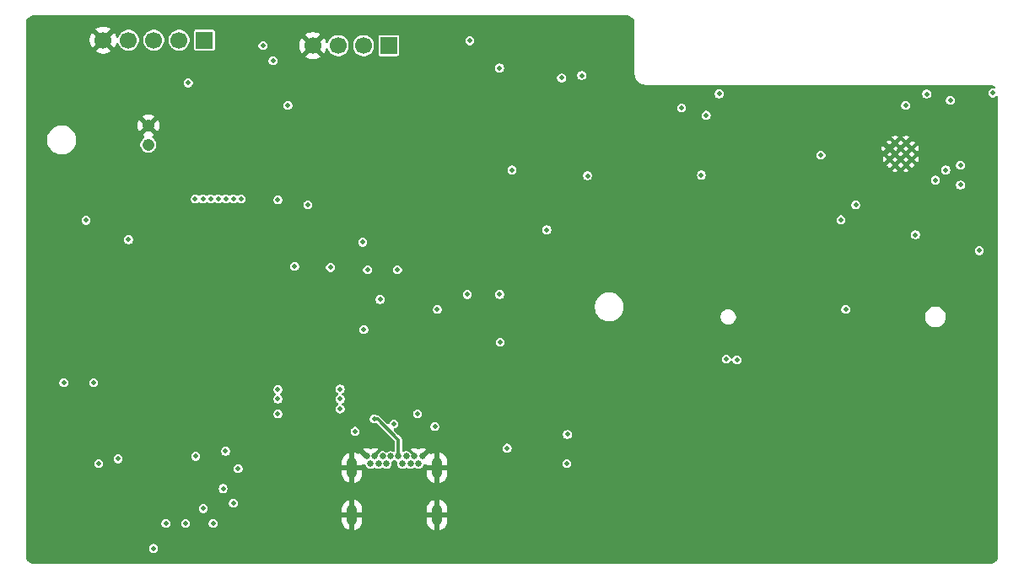
<source format=gbr>
%TF.GenerationSoftware,KiCad,Pcbnew,9.0.2*%
%TF.CreationDate,2025-06-28T16:23:08+05:30*%
%TF.ProjectId,ESP32 PCB,45535033-3220-4504-9342-2e6b69636164,rev?*%
%TF.SameCoordinates,Original*%
%TF.FileFunction,Copper,L2,Inr*%
%TF.FilePolarity,Positive*%
%FSLAX46Y46*%
G04 Gerber Fmt 4.6, Leading zero omitted, Abs format (unit mm)*
G04 Created by KiCad (PCBNEW 9.0.2) date 2025-06-28 16:23:08*
%MOMM*%
%LPD*%
G01*
G04 APERTURE LIST*
%TA.AperFunction,ComponentPad*%
%ADD10C,0.650000*%
%TD*%
%TA.AperFunction,ComponentPad*%
%ADD11O,1.050000X2.100000*%
%TD*%
%TA.AperFunction,ComponentPad*%
%ADD12R,1.700000X1.700000*%
%TD*%
%TA.AperFunction,ComponentPad*%
%ADD13C,1.700000*%
%TD*%
%TA.AperFunction,ComponentPad*%
%ADD14C,1.208000*%
%TD*%
%TA.AperFunction,ComponentPad*%
%ADD15C,0.400000*%
%TD*%
%TA.AperFunction,ComponentPad*%
%ADD16C,0.600000*%
%TD*%
%TA.AperFunction,ViaPad*%
%ADD17C,0.500000*%
%TD*%
%TA.AperFunction,ViaPad*%
%ADD18C,0.600000*%
%TD*%
%TA.AperFunction,Conductor*%
%ADD19C,0.300000*%
%TD*%
G04 APERTURE END LIST*
D10*
%TO.N,GND*%
%TO.C,J1*%
X186000000Y-129265000D03*
%TO.N,unconnected-(J1-SSTXP2-PadB2)*%
X185600000Y-129975000D03*
%TO.N,unconnected-(J1-SSTXN2-PadB3)*%
X184800000Y-129975000D03*
%TO.N,/VBUS*%
X184400000Y-129265000D03*
%TO.N,Net-(J1-CC2)*%
X184000000Y-129975000D03*
%TO.N,/USB_DP*%
X183600000Y-129265000D03*
%TO.N,/USB_DN*%
X182800000Y-129265000D03*
%TO.N,unconnected-(J1-SBU2-PadB8)*%
X182400000Y-129975000D03*
%TO.N,/VBUS*%
X182000000Y-129265000D03*
%TO.N,unconnected-(J1-SSRXN1-PadB10)*%
X181600000Y-129975000D03*
%TO.N,unconnected-(J1-SSRXP1-PadB11)*%
X180800000Y-129975000D03*
%TO.N,GND*%
X180400000Y-129265000D03*
X185200000Y-129265000D03*
X181200000Y-129265000D03*
D11*
X178930000Y-130415000D03*
X187470000Y-130415000D03*
X178930000Y-135145000D03*
X187470000Y-135145000D03*
%TD*%
D12*
%TO.N,+3.3V*%
%TO.C,J4*%
X182630000Y-88000000D03*
D13*
%TO.N,/ESP32-C3-02/sDA*%
X180090000Y-88000000D03*
%TO.N,/ESP32-C3-02/SCL*%
X177550000Y-88000000D03*
%TO.N,GND*%
X175010000Y-88000000D03*
%TD*%
D12*
%TO.N,+3.3V*%
%TO.C,J5*%
X164125000Y-87450000D03*
D13*
%TO.N,/ESP32-C3-02/GPIO 8*%
X161585000Y-87450000D03*
%TO.N,/ESP32-C3-02/GPIO18*%
X159045000Y-87450000D03*
%TO.N,/ESP32-C3-02/GPIO19*%
X156505000Y-87450000D03*
%TO.N,GND*%
X153965000Y-87450000D03*
%TD*%
D14*
%TO.N,GND*%
%TO.C,MK1*%
X158500000Y-96050000D03*
%TO.N,Net-(C22-Pad1)*%
X158500000Y-97950000D03*
%TD*%
D15*
%TO.N,GND*%
%TO.C,U5*%
X233460000Y-97775000D03*
X234560000Y-97775000D03*
D16*
X232910000Y-98325000D03*
D15*
X234010000Y-98325000D03*
X235110000Y-98325000D03*
X233460000Y-98875000D03*
X234560000Y-98875000D03*
X232910000Y-99425000D03*
X234010000Y-99425000D03*
X235110000Y-99425000D03*
X233460000Y-99975000D03*
X234560000Y-99975000D03*
%TD*%
D17*
%TO.N,+5V*%
X167025000Y-133975000D03*
X164000000Y-134500000D03*
%TO.N,GND*%
X217500000Y-110500000D03*
X210000000Y-136000000D03*
X194900000Y-116600000D03*
X163275000Y-118500000D03*
X162325000Y-118475000D03*
X216208160Y-96335701D03*
X164625000Y-93000000D03*
X159775000Y-130300000D03*
X197425000Y-89500000D03*
X227000000Y-103500000D03*
X186600000Y-120400000D03*
X158500000Y-126600000D03*
X204007922Y-134545499D03*
X202000000Y-106500000D03*
X230500000Y-114500000D03*
X176500000Y-103000000D03*
X192500000Y-103500000D03*
X161500000Y-102500000D03*
X158325000Y-112875000D03*
X149750000Y-137250000D03*
X189650000Y-120350000D03*
X156550000Y-111675000D03*
X193250000Y-87250000D03*
X161500000Y-113000000D03*
X197000000Y-135500000D03*
X160000000Y-113000000D03*
X163225000Y-116775000D03*
X158025000Y-111700000D03*
X183200000Y-134000000D03*
X179500000Y-120500000D03*
X239000000Y-134000000D03*
X160500000Y-126637500D03*
D18*
X149750000Y-136300000D03*
D17*
X214000000Y-111000000D03*
X190350000Y-122850000D03*
X191500000Y-120500000D03*
X239463767Y-110981809D03*
X163000000Y-126612500D03*
X222000000Y-108000000D03*
X167325000Y-98325000D03*
X217500000Y-134500000D03*
X231000000Y-111000000D03*
X185950000Y-127050000D03*
X162325000Y-116750000D03*
X178750000Y-127750000D03*
X185000000Y-115500000D03*
X181000000Y-123651000D03*
X170375000Y-92125000D03*
X166500000Y-131250000D03*
X165500000Y-137000000D03*
X162425000Y-115175000D03*
X149750000Y-138250000D03*
X194500000Y-135000000D03*
%TO.N,+3.3V*%
X228500000Y-114500000D03*
X152250000Y-105550000D03*
X183500000Y-110500000D03*
X214000000Y-101000000D03*
X195000000Y-100500000D03*
X167033333Y-103400000D03*
X199975000Y-91250000D03*
X163200000Y-103400000D03*
X214500000Y-95000000D03*
X202000000Y-91000000D03*
X194508671Y-128442116D03*
X171500000Y-103500000D03*
X235500000Y-107000000D03*
X193750000Y-90250000D03*
X172500000Y-94000000D03*
X156500000Y-107500000D03*
X163966667Y-103400000D03*
X166266667Y-103400000D03*
X164733333Y-103400000D03*
X167800000Y-103400000D03*
X165500000Y-103400000D03*
X173175000Y-110175000D03*
X202575000Y-101075000D03*
X176775000Y-110275000D03*
X190500000Y-113000000D03*
X190750000Y-87500000D03*
X187500000Y-114500000D03*
X174500000Y-104000000D03*
%TO.N,/VBUS*%
X179250000Y-126750000D03*
X187250000Y-126250000D03*
X183150000Y-126000000D03*
X177750000Y-122500000D03*
X177750000Y-124500000D03*
X177750000Y-123500000D03*
%TO.N,Net-(U3-VBUS)*%
X193800000Y-117800000D03*
X193750000Y-113000000D03*
%TO.N,/ESP32-C3-02/BOOT*%
X228000000Y-105500000D03*
X217574000Y-119574000D03*
%TO.N,/ESP32-C3-02/EN*%
X229500000Y-103999999D03*
X216500000Y-119500000D03*
%TO.N,/USB_DP*%
X181158521Y-125500000D03*
%TO.N,/USB_DN*%
X185500000Y-125000000D03*
%TO.N,/ESP32-C3-02/sDA*%
X234500000Y-94000000D03*
X212000000Y-94250000D03*
%TO.N,/ESP32-C3-02/SCL*%
X215800000Y-92850000D03*
X236612500Y-92862500D03*
%TO.N,/ESP32-C3-02/GPIO 8*%
X170000000Y-88000000D03*
X226000000Y-99000000D03*
%TO.N,/ESP32-C3-02/GPIO19*%
X162500000Y-91750000D03*
X238535586Y-100500000D03*
%TO.N,/ESP32-C3-02/GPIO18*%
X240000000Y-100000000D03*
X171000000Y-89500000D03*
%TO.N,/ESP32-C3-02/sc_SD*%
X243250000Y-92750000D03*
X241900000Y-108600000D03*
%TO.N,/ESP32-C3-02/Photo C*%
X198500000Y-106500000D03*
X239000000Y-93500000D03*
%TO.N,/ESP32-C3-02/RTS*%
X200562500Y-127062500D03*
X180128768Y-116525000D03*
%TO.N,/ESP32-C3-02/DTR*%
X200500000Y-130000000D03*
X181750000Y-113500000D03*
%TO.N,/CHARGING POWER GOOD*%
X155462500Y-129500000D03*
X166250000Y-128750000D03*
%TO.N,/CHARGED *%
X153500000Y-130000000D03*
X163250000Y-129250000D03*
%TO.N,/ESP32-C3-02/RX_TX*%
X180500000Y-110500000D03*
X240000000Y-102000000D03*
%TO.N,/ESP32-C3-02/TX_RX*%
X180000000Y-107750000D03*
X237500000Y-101500000D03*
%TO.N,/+5V_USB*%
X153000000Y-121850000D03*
X171500000Y-125000000D03*
X171500000Y-122550000D03*
X165000000Y-136000000D03*
X167500000Y-130500000D03*
X150000000Y-121850000D03*
X159000000Y-138500000D03*
X166000000Y-132500000D03*
X160250000Y-136000000D03*
X171500000Y-123500000D03*
X162225000Y-136000000D03*
%TD*%
D19*
%TO.N,/USB_DP*%
X181158521Y-125500000D02*
X181500000Y-125500000D01*
X181500000Y-125500000D02*
X183600000Y-127600000D01*
X183600000Y-127600000D02*
X183600000Y-129265000D01*
%TD*%
%TA.AperFunction,Conductor*%
%TO.N,GND*%
G36*
X206506061Y-84951097D02*
G01*
X206516051Y-84952080D01*
X206643824Y-84964665D01*
X206667652Y-84969404D01*
X206794277Y-85007815D01*
X206816725Y-85017114D01*
X206933406Y-85079482D01*
X206953616Y-85092986D01*
X207055891Y-85176920D01*
X207073079Y-85194108D01*
X207157012Y-85296381D01*
X207170517Y-85316593D01*
X207232883Y-85433271D01*
X207242186Y-85455728D01*
X207280593Y-85582338D01*
X207285335Y-85606180D01*
X207298903Y-85743938D01*
X207299500Y-85756092D01*
X207299500Y-90844486D01*
X207329059Y-91031118D01*
X207387454Y-91210836D01*
X207437629Y-91309309D01*
X207473240Y-91379199D01*
X207584310Y-91532073D01*
X207717927Y-91665690D01*
X207870801Y-91776760D01*
X207934682Y-91809309D01*
X208039163Y-91862545D01*
X208039165Y-91862545D01*
X208039168Y-91862547D01*
X208135497Y-91893846D01*
X208218881Y-91920940D01*
X208405514Y-91950500D01*
X208405519Y-91950500D01*
X208460118Y-91950500D01*
X223960118Y-91950500D01*
X242960118Y-91950500D01*
X242993908Y-91950500D01*
X243006061Y-91951097D01*
X243016051Y-91952080D01*
X243143824Y-91964665D01*
X243167652Y-91969404D01*
X243294277Y-92007815D01*
X243316725Y-92017114D01*
X243432938Y-92079232D01*
X243482781Y-92128193D01*
X243498242Y-92196331D01*
X243474410Y-92262011D01*
X243418853Y-92304379D01*
X243349208Y-92309986D01*
X243342392Y-92308364D01*
X243309310Y-92299500D01*
X243309309Y-92299500D01*
X243190691Y-92299500D01*
X243076114Y-92330201D01*
X243076112Y-92330201D01*
X243076112Y-92330202D01*
X242973387Y-92389511D01*
X242973384Y-92389513D01*
X242889513Y-92473384D01*
X242889511Y-92473387D01*
X242830201Y-92576114D01*
X242799500Y-92690691D01*
X242799500Y-92809309D01*
X242830201Y-92923886D01*
X242889511Y-93026613D01*
X242973387Y-93110489D01*
X243076114Y-93169799D01*
X243190691Y-93200500D01*
X243190694Y-93200500D01*
X243309306Y-93200500D01*
X243309309Y-93200500D01*
X243423886Y-93169799D01*
X243526613Y-93110489D01*
X243587819Y-93049283D01*
X243649142Y-93015798D01*
X243718834Y-93020782D01*
X243774767Y-93062654D01*
X243799184Y-93128118D01*
X243799500Y-93136964D01*
X243799500Y-139243907D01*
X243798903Y-139256060D01*
X243798903Y-139256061D01*
X243785335Y-139393819D01*
X243780593Y-139417661D01*
X243742186Y-139544271D01*
X243732883Y-139566728D01*
X243670517Y-139683406D01*
X243657012Y-139703618D01*
X243573079Y-139805891D01*
X243555891Y-139823079D01*
X243453618Y-139907012D01*
X243433406Y-139920517D01*
X243316728Y-139982883D01*
X243294271Y-139992186D01*
X243167661Y-140030593D01*
X243143819Y-140035335D01*
X243006062Y-140048903D01*
X242993908Y-140049500D01*
X147006092Y-140049500D01*
X146993938Y-140048903D01*
X146856180Y-140035335D01*
X146832340Y-140030593D01*
X146705728Y-139992186D01*
X146683271Y-139982883D01*
X146566593Y-139920517D01*
X146546381Y-139907012D01*
X146444108Y-139823079D01*
X146426920Y-139805891D01*
X146342986Y-139703616D01*
X146329482Y-139683406D01*
X146267116Y-139566728D01*
X146257815Y-139544277D01*
X146219404Y-139417652D01*
X146214665Y-139393824D01*
X146201097Y-139256060D01*
X146200500Y-139243907D01*
X146200500Y-138440691D01*
X158549500Y-138440691D01*
X158549500Y-138559309D01*
X158580201Y-138673886D01*
X158639511Y-138776613D01*
X158723387Y-138860489D01*
X158826114Y-138919799D01*
X158940691Y-138950500D01*
X158940694Y-138950500D01*
X159059306Y-138950500D01*
X159059309Y-138950500D01*
X159173886Y-138919799D01*
X159276613Y-138860489D01*
X159360489Y-138776613D01*
X159419799Y-138673886D01*
X159450500Y-138559309D01*
X159450500Y-138440691D01*
X159419799Y-138326114D01*
X159360489Y-138223387D01*
X159276613Y-138139511D01*
X159173886Y-138080201D01*
X159059309Y-138049500D01*
X158940691Y-138049500D01*
X158826114Y-138080201D01*
X158826112Y-138080201D01*
X158826112Y-138080202D01*
X158723387Y-138139511D01*
X158723384Y-138139513D01*
X158639513Y-138223384D01*
X158639511Y-138223387D01*
X158580201Y-138326114D01*
X158549500Y-138440691D01*
X146200500Y-138440691D01*
X146200500Y-135940691D01*
X159799500Y-135940691D01*
X159799500Y-136059309D01*
X159830201Y-136173886D01*
X159889511Y-136276613D01*
X159973387Y-136360489D01*
X160076114Y-136419799D01*
X160190691Y-136450500D01*
X160190694Y-136450500D01*
X160309306Y-136450500D01*
X160309309Y-136450500D01*
X160423886Y-136419799D01*
X160526613Y-136360489D01*
X160610489Y-136276613D01*
X160669799Y-136173886D01*
X160700500Y-136059309D01*
X160700500Y-135940691D01*
X161774500Y-135940691D01*
X161774500Y-136059309D01*
X161805201Y-136173886D01*
X161864511Y-136276613D01*
X161948387Y-136360489D01*
X162051114Y-136419799D01*
X162165691Y-136450500D01*
X162165694Y-136450500D01*
X162284306Y-136450500D01*
X162284309Y-136450500D01*
X162398886Y-136419799D01*
X162501613Y-136360489D01*
X162585489Y-136276613D01*
X162644799Y-136173886D01*
X162675500Y-136059309D01*
X162675500Y-135940691D01*
X164549500Y-135940691D01*
X164549500Y-136059309D01*
X164580201Y-136173886D01*
X164639511Y-136276613D01*
X164723387Y-136360489D01*
X164826114Y-136419799D01*
X164940691Y-136450500D01*
X164940694Y-136450500D01*
X165059306Y-136450500D01*
X165059309Y-136450500D01*
X165173886Y-136419799D01*
X165276613Y-136360489D01*
X165360489Y-136276613D01*
X165419799Y-136173886D01*
X165450500Y-136059309D01*
X165450500Y-135940691D01*
X165419799Y-135826114D01*
X165360489Y-135723387D01*
X165276613Y-135639511D01*
X165173886Y-135580201D01*
X165059309Y-135549500D01*
X164940691Y-135549500D01*
X164826114Y-135580201D01*
X164826112Y-135580201D01*
X164826112Y-135580202D01*
X164723387Y-135639511D01*
X164723384Y-135639513D01*
X164639513Y-135723384D01*
X164639511Y-135723387D01*
X164580201Y-135826114D01*
X164549500Y-135940691D01*
X162675500Y-135940691D01*
X162644799Y-135826114D01*
X162585489Y-135723387D01*
X162501613Y-135639511D01*
X162398886Y-135580201D01*
X162284309Y-135549500D01*
X162165691Y-135549500D01*
X162051114Y-135580201D01*
X162051112Y-135580201D01*
X162051112Y-135580202D01*
X161948387Y-135639511D01*
X161948384Y-135639513D01*
X161864513Y-135723384D01*
X161864511Y-135723387D01*
X161805201Y-135826114D01*
X161774500Y-135940691D01*
X160700500Y-135940691D01*
X160669799Y-135826114D01*
X160610489Y-135723387D01*
X160526613Y-135639511D01*
X160423886Y-135580201D01*
X160309309Y-135549500D01*
X160190691Y-135549500D01*
X160076114Y-135580201D01*
X160076112Y-135580201D01*
X160076112Y-135580202D01*
X159973387Y-135639511D01*
X159973384Y-135639513D01*
X159889513Y-135723384D01*
X159889511Y-135723387D01*
X159830201Y-135826114D01*
X159799500Y-135940691D01*
X146200500Y-135940691D01*
X146200500Y-134440691D01*
X163549500Y-134440691D01*
X163549500Y-134559309D01*
X163580201Y-134673886D01*
X163639511Y-134776613D01*
X163723387Y-134860489D01*
X163826114Y-134919799D01*
X163940691Y-134950500D01*
X163940694Y-134950500D01*
X164059306Y-134950500D01*
X164059309Y-134950500D01*
X164173886Y-134919799D01*
X164276613Y-134860489D01*
X164360489Y-134776613D01*
X164419799Y-134673886D01*
X164450500Y-134559309D01*
X164450500Y-134519041D01*
X177905000Y-134519041D01*
X177905000Y-134895000D01*
X178605000Y-134895000D01*
X178605000Y-135395000D01*
X177905000Y-135395000D01*
X177905000Y-135770958D01*
X177944387Y-135968974D01*
X177944390Y-135968983D01*
X178021652Y-136155513D01*
X178021659Y-136155526D01*
X178133829Y-136323399D01*
X178133832Y-136323403D01*
X178276596Y-136466167D01*
X178276600Y-136466170D01*
X178444473Y-136578340D01*
X178444486Y-136578347D01*
X178631016Y-136655609D01*
X178631025Y-136655612D01*
X178680000Y-136665353D01*
X178680000Y-135654618D01*
X178730446Y-135705064D01*
X178804555Y-135747851D01*
X178887213Y-135770000D01*
X178972787Y-135770000D01*
X179055445Y-135747851D01*
X179129554Y-135705064D01*
X179180000Y-135654618D01*
X179180000Y-136665352D01*
X179228974Y-136655612D01*
X179228983Y-136655609D01*
X179415513Y-136578347D01*
X179415526Y-136578340D01*
X179583399Y-136466170D01*
X179583403Y-136466167D01*
X179726167Y-136323403D01*
X179726170Y-136323399D01*
X179838340Y-136155526D01*
X179838347Y-136155513D01*
X179915609Y-135968983D01*
X179915612Y-135968974D01*
X179954999Y-135770958D01*
X179955000Y-135770955D01*
X179955000Y-135395000D01*
X179255000Y-135395000D01*
X179255000Y-134895000D01*
X179955000Y-134895000D01*
X179955000Y-134519045D01*
X179954999Y-134519041D01*
X186445000Y-134519041D01*
X186445000Y-134895000D01*
X187145000Y-134895000D01*
X187145000Y-135395000D01*
X186445000Y-135395000D01*
X186445000Y-135770958D01*
X186484387Y-135968974D01*
X186484390Y-135968983D01*
X186561652Y-136155513D01*
X186561659Y-136155526D01*
X186673829Y-136323399D01*
X186673832Y-136323403D01*
X186816596Y-136466167D01*
X186816600Y-136466170D01*
X186984473Y-136578340D01*
X186984486Y-136578347D01*
X187171016Y-136655609D01*
X187171025Y-136655612D01*
X187220000Y-136665353D01*
X187220000Y-135654618D01*
X187270446Y-135705064D01*
X187344555Y-135747851D01*
X187427213Y-135770000D01*
X187512787Y-135770000D01*
X187595445Y-135747851D01*
X187669554Y-135705064D01*
X187720000Y-135654618D01*
X187720000Y-136665352D01*
X187768974Y-136655612D01*
X187768983Y-136655609D01*
X187955513Y-136578347D01*
X187955526Y-136578340D01*
X188123399Y-136466170D01*
X188123403Y-136466167D01*
X188266167Y-136323403D01*
X188266170Y-136323399D01*
X188378340Y-136155526D01*
X188378347Y-136155513D01*
X188455609Y-135968983D01*
X188455612Y-135968974D01*
X188494999Y-135770958D01*
X188495000Y-135770955D01*
X188495000Y-135395000D01*
X187795000Y-135395000D01*
X187795000Y-134895000D01*
X188495000Y-134895000D01*
X188495000Y-134519045D01*
X188494999Y-134519041D01*
X188455612Y-134321025D01*
X188455609Y-134321016D01*
X188378347Y-134134486D01*
X188378340Y-134134473D01*
X188266170Y-133966600D01*
X188266167Y-133966596D01*
X188123403Y-133823832D01*
X188123399Y-133823829D01*
X187955526Y-133711659D01*
X187955513Y-133711652D01*
X187768984Y-133634390D01*
X187768977Y-133634388D01*
X187720000Y-133624645D01*
X187720000Y-134635382D01*
X187669554Y-134584936D01*
X187595445Y-134542149D01*
X187512787Y-134520000D01*
X187427213Y-134520000D01*
X187344555Y-134542149D01*
X187270446Y-134584936D01*
X187220000Y-134635382D01*
X187220000Y-133624646D01*
X187219999Y-133624645D01*
X187171022Y-133634388D01*
X187171015Y-133634390D01*
X186984486Y-133711652D01*
X186984473Y-133711659D01*
X186816600Y-133823829D01*
X186816596Y-133823832D01*
X186673832Y-133966596D01*
X186673829Y-133966600D01*
X186561659Y-134134473D01*
X186561652Y-134134486D01*
X186484390Y-134321016D01*
X186484387Y-134321025D01*
X186445000Y-134519041D01*
X179954999Y-134519041D01*
X179915612Y-134321025D01*
X179915609Y-134321016D01*
X179838347Y-134134486D01*
X179838340Y-134134473D01*
X179726170Y-133966600D01*
X179726167Y-133966596D01*
X179583403Y-133823832D01*
X179583399Y-133823829D01*
X179415526Y-133711659D01*
X179415513Y-133711652D01*
X179228984Y-133634390D01*
X179228977Y-133634388D01*
X179180000Y-133624645D01*
X179180000Y-134635382D01*
X179129554Y-134584936D01*
X179055445Y-134542149D01*
X178972787Y-134520000D01*
X178887213Y-134520000D01*
X178804555Y-134542149D01*
X178730446Y-134584936D01*
X178680000Y-134635382D01*
X178680000Y-133624646D01*
X178679999Y-133624645D01*
X178631022Y-133634388D01*
X178631015Y-133634390D01*
X178444486Y-133711652D01*
X178444473Y-133711659D01*
X178276600Y-133823829D01*
X178276596Y-133823832D01*
X178133832Y-133966596D01*
X178133829Y-133966600D01*
X178021659Y-134134473D01*
X178021652Y-134134486D01*
X177944390Y-134321016D01*
X177944387Y-134321025D01*
X177905000Y-134519041D01*
X164450500Y-134519041D01*
X164450500Y-134440691D01*
X164419799Y-134326114D01*
X164360489Y-134223387D01*
X164276613Y-134139511D01*
X164173886Y-134080201D01*
X164059309Y-134049500D01*
X163940691Y-134049500D01*
X163826114Y-134080201D01*
X163826112Y-134080201D01*
X163826112Y-134080202D01*
X163723387Y-134139511D01*
X163723384Y-134139513D01*
X163639513Y-134223384D01*
X163639511Y-134223387D01*
X163580201Y-134326114D01*
X163549500Y-134440691D01*
X146200500Y-134440691D01*
X146200500Y-133915691D01*
X166574500Y-133915691D01*
X166574500Y-134034309D01*
X166605201Y-134148886D01*
X166664511Y-134251613D01*
X166748387Y-134335489D01*
X166851114Y-134394799D01*
X166965691Y-134425500D01*
X166965694Y-134425500D01*
X167084306Y-134425500D01*
X167084309Y-134425500D01*
X167198886Y-134394799D01*
X167301613Y-134335489D01*
X167385489Y-134251613D01*
X167444799Y-134148886D01*
X167475500Y-134034309D01*
X167475500Y-133915691D01*
X167444799Y-133801114D01*
X167385489Y-133698387D01*
X167301613Y-133614511D01*
X167198886Y-133555201D01*
X167084309Y-133524500D01*
X166965691Y-133524500D01*
X166851114Y-133555201D01*
X166851112Y-133555201D01*
X166851112Y-133555202D01*
X166748387Y-133614511D01*
X166748384Y-133614513D01*
X166664513Y-133698384D01*
X166664511Y-133698387D01*
X166605201Y-133801114D01*
X166574500Y-133915691D01*
X146200500Y-133915691D01*
X146200500Y-132440691D01*
X165549500Y-132440691D01*
X165549500Y-132559309D01*
X165580201Y-132673886D01*
X165639511Y-132776613D01*
X165723387Y-132860489D01*
X165826114Y-132919799D01*
X165940691Y-132950500D01*
X165940694Y-132950500D01*
X166059306Y-132950500D01*
X166059309Y-132950500D01*
X166173886Y-132919799D01*
X166276613Y-132860489D01*
X166360489Y-132776613D01*
X166419799Y-132673886D01*
X166450500Y-132559309D01*
X166450500Y-132440691D01*
X166419799Y-132326114D01*
X166360489Y-132223387D01*
X166276613Y-132139511D01*
X166173886Y-132080201D01*
X166059309Y-132049500D01*
X165940691Y-132049500D01*
X165826114Y-132080201D01*
X165826112Y-132080201D01*
X165826112Y-132080202D01*
X165723387Y-132139511D01*
X165723384Y-132139513D01*
X165639513Y-132223384D01*
X165639511Y-132223387D01*
X165580201Y-132326114D01*
X165549500Y-132440691D01*
X146200500Y-132440691D01*
X146200500Y-129940691D01*
X153049500Y-129940691D01*
X153049500Y-130059309D01*
X153080201Y-130173886D01*
X153139511Y-130276613D01*
X153223387Y-130360489D01*
X153326114Y-130419799D01*
X153440691Y-130450500D01*
X153440694Y-130450500D01*
X153559306Y-130450500D01*
X153559309Y-130450500D01*
X153595916Y-130440691D01*
X167049500Y-130440691D01*
X167049500Y-130559309D01*
X167080201Y-130673886D01*
X167139511Y-130776613D01*
X167223387Y-130860489D01*
X167326114Y-130919799D01*
X167440691Y-130950500D01*
X167440694Y-130950500D01*
X167559306Y-130950500D01*
X167559309Y-130950500D01*
X167673886Y-130919799D01*
X167776613Y-130860489D01*
X167860489Y-130776613D01*
X167919799Y-130673886D01*
X167950500Y-130559309D01*
X167950500Y-130440691D01*
X167919799Y-130326114D01*
X167860489Y-130223387D01*
X167776613Y-130139511D01*
X167673886Y-130080201D01*
X167559309Y-130049500D01*
X167440691Y-130049500D01*
X167326114Y-130080201D01*
X167326112Y-130080201D01*
X167326112Y-130080202D01*
X167223387Y-130139511D01*
X167223384Y-130139513D01*
X167139513Y-130223384D01*
X167139511Y-130223387D01*
X167084788Y-130318170D01*
X167080201Y-130326114D01*
X167049500Y-130440691D01*
X153595916Y-130440691D01*
X153673886Y-130419799D01*
X153776613Y-130360489D01*
X153860489Y-130276613D01*
X153919799Y-130173886D01*
X153950500Y-130059309D01*
X153950500Y-129940691D01*
X153919799Y-129826114D01*
X153860489Y-129723387D01*
X153776613Y-129639511D01*
X153673886Y-129580201D01*
X153569901Y-129552338D01*
X153566352Y-129551387D01*
X153559309Y-129549500D01*
X153440691Y-129549500D01*
X153326114Y-129580201D01*
X153326112Y-129580201D01*
X153326112Y-129580202D01*
X153223387Y-129639511D01*
X153223384Y-129639513D01*
X153139513Y-129723384D01*
X153139511Y-129723387D01*
X153108780Y-129776615D01*
X153080201Y-129826114D01*
X153049500Y-129940691D01*
X146200500Y-129940691D01*
X146200500Y-129440691D01*
X155012000Y-129440691D01*
X155012000Y-129559309D01*
X155042701Y-129673886D01*
X155102011Y-129776613D01*
X155185887Y-129860489D01*
X155288614Y-129919799D01*
X155403191Y-129950500D01*
X155403194Y-129950500D01*
X155521806Y-129950500D01*
X155521809Y-129950500D01*
X155636386Y-129919799D01*
X155739113Y-129860489D01*
X155810561Y-129789041D01*
X177905000Y-129789041D01*
X177905000Y-130165000D01*
X178605000Y-130165000D01*
X178605000Y-130665000D01*
X177905000Y-130665000D01*
X177905000Y-131040958D01*
X177944387Y-131238974D01*
X177944390Y-131238983D01*
X178021652Y-131425513D01*
X178021659Y-131425526D01*
X178133829Y-131593399D01*
X178133832Y-131593403D01*
X178276596Y-131736167D01*
X178276600Y-131736170D01*
X178444473Y-131848340D01*
X178444486Y-131848347D01*
X178631016Y-131925609D01*
X178631025Y-131925612D01*
X178680000Y-131935353D01*
X178680000Y-130924618D01*
X178730446Y-130975064D01*
X178804555Y-131017851D01*
X178887213Y-131040000D01*
X178972787Y-131040000D01*
X179055445Y-131017851D01*
X179129554Y-130975064D01*
X179180000Y-130924618D01*
X179180000Y-131935352D01*
X179228974Y-131925612D01*
X179228983Y-131925609D01*
X179415513Y-131848347D01*
X179415526Y-131848340D01*
X179583399Y-131736170D01*
X179583403Y-131736167D01*
X179726167Y-131593403D01*
X179726170Y-131593399D01*
X179838340Y-131425526D01*
X179838347Y-131425513D01*
X179915609Y-131238983D01*
X179915612Y-131238974D01*
X179954999Y-131040958D01*
X179955000Y-131040955D01*
X179955000Y-130665000D01*
X179255000Y-130665000D01*
X179255000Y-130165000D01*
X179955000Y-130165000D01*
X179955000Y-130159228D01*
X179962366Y-130134141D01*
X179965965Y-130108248D01*
X179972052Y-130101155D01*
X179974685Y-130092189D01*
X179994439Y-130075071D01*
X180011470Y-130055229D01*
X180020427Y-130052553D01*
X180027489Y-130046434D01*
X180053363Y-130042713D01*
X180078417Y-130035229D01*
X180089826Y-130037470D01*
X180096647Y-130036490D01*
X180113375Y-130040088D01*
X180219533Y-130070717D01*
X180244765Y-130086765D01*
X180271259Y-130100624D01*
X180274079Y-130105410D01*
X180278488Y-130108214D01*
X180288521Y-130129914D01*
X180304932Y-130157759D01*
X180310312Y-130177835D01*
X180310313Y-130177838D01*
X180379492Y-130297661D01*
X180379494Y-130297664D01*
X180379495Y-130297665D01*
X180477335Y-130395505D01*
X180477336Y-130395506D01*
X180477338Y-130395507D01*
X180537249Y-130430096D01*
X180597164Y-130464688D01*
X180730817Y-130500500D01*
X180730819Y-130500500D01*
X180869181Y-130500500D01*
X180869183Y-130500500D01*
X181002836Y-130464688D01*
X181122665Y-130395505D01*
X181122670Y-130395499D01*
X181124510Y-130394089D01*
X181126351Y-130393377D01*
X181129703Y-130391442D01*
X181130004Y-130391964D01*
X181189678Y-130368892D01*
X181258124Y-130382928D01*
X181275490Y-130394089D01*
X181277332Y-130395502D01*
X181277335Y-130395505D01*
X181397164Y-130464688D01*
X181530817Y-130500500D01*
X181530819Y-130500500D01*
X181669181Y-130500500D01*
X181669183Y-130500500D01*
X181802836Y-130464688D01*
X181922665Y-130395505D01*
X181922670Y-130395499D01*
X181924510Y-130394089D01*
X181926351Y-130393377D01*
X181929703Y-130391442D01*
X181930004Y-130391964D01*
X181989678Y-130368892D01*
X182058124Y-130382928D01*
X182075490Y-130394089D01*
X182077332Y-130395502D01*
X182077335Y-130395505D01*
X182197164Y-130464688D01*
X182330817Y-130500500D01*
X182330819Y-130500500D01*
X182469181Y-130500500D01*
X182469183Y-130500500D01*
X182602836Y-130464688D01*
X182722665Y-130395505D01*
X182820505Y-130297665D01*
X182889688Y-130177836D01*
X182925500Y-130044183D01*
X182925500Y-129905817D01*
X182924921Y-129903656D01*
X182924966Y-129901764D01*
X182924439Y-129897761D01*
X182925063Y-129897678D01*
X182925587Y-129875655D01*
X182923001Y-129847767D01*
X182926408Y-129841202D01*
X182926584Y-129833810D01*
X182942282Y-129810615D01*
X182955186Y-129785752D01*
X182962487Y-129780761D01*
X182965746Y-129775947D01*
X182982988Y-129764010D01*
X182996081Y-129756497D01*
X183002836Y-129754688D01*
X183122665Y-129685505D01*
X183126494Y-129681675D01*
X183138292Y-129674907D01*
X183164518Y-129668619D01*
X183189678Y-129658892D01*
X183197988Y-129660596D01*
X183206237Y-129658619D01*
X183231700Y-129667509D01*
X183258124Y-129672928D01*
X183271093Y-129681263D01*
X183272201Y-129681650D01*
X183272712Y-129682303D01*
X183275490Y-129684089D01*
X183277332Y-129685502D01*
X183277335Y-129685505D01*
X183397164Y-129754688D01*
X183397169Y-129754689D01*
X183402754Y-129757003D01*
X183457158Y-129800844D01*
X183479224Y-129867138D01*
X183475081Y-129903645D01*
X183474501Y-129905808D01*
X183474500Y-129905815D01*
X183474500Y-129905817D01*
X183474500Y-130044183D01*
X183504933Y-130157759D01*
X183510312Y-130177835D01*
X183510313Y-130177838D01*
X183579492Y-130297661D01*
X183579494Y-130297664D01*
X183579495Y-130297665D01*
X183677335Y-130395505D01*
X183677336Y-130395506D01*
X183677338Y-130395507D01*
X183737249Y-130430096D01*
X183797164Y-130464688D01*
X183930817Y-130500500D01*
X183930819Y-130500500D01*
X184069181Y-130500500D01*
X184069183Y-130500500D01*
X184202836Y-130464688D01*
X184322665Y-130395505D01*
X184322670Y-130395499D01*
X184324510Y-130394089D01*
X184326351Y-130393377D01*
X184329703Y-130391442D01*
X184330004Y-130391964D01*
X184389678Y-130368892D01*
X184458124Y-130382928D01*
X184475490Y-130394089D01*
X184477332Y-130395502D01*
X184477335Y-130395505D01*
X184597164Y-130464688D01*
X184730817Y-130500500D01*
X184730819Y-130500500D01*
X184869181Y-130500500D01*
X184869183Y-130500500D01*
X185002836Y-130464688D01*
X185122665Y-130395505D01*
X185122670Y-130395499D01*
X185124510Y-130394089D01*
X185126351Y-130393377D01*
X185129703Y-130391442D01*
X185130004Y-130391964D01*
X185189678Y-130368892D01*
X185258124Y-130382928D01*
X185275490Y-130394089D01*
X185277332Y-130395502D01*
X185277335Y-130395505D01*
X185397164Y-130464688D01*
X185530817Y-130500500D01*
X185530819Y-130500500D01*
X185669180Y-130500500D01*
X185669183Y-130500500D01*
X185802836Y-130464688D01*
X185922665Y-130395505D01*
X186020505Y-130297665D01*
X186089688Y-130177836D01*
X186095066Y-130157762D01*
X186100698Y-130148521D01*
X186102290Y-130137815D01*
X186118561Y-130119213D01*
X186131427Y-130098106D01*
X186142376Y-130091990D01*
X186148293Y-130085227D01*
X186170261Y-130076416D01*
X186180466Y-130070717D01*
X186286626Y-130040088D01*
X186314898Y-130040221D01*
X186343017Y-130037198D01*
X186349380Y-130040383D01*
X186356495Y-130040417D01*
X186380205Y-130055813D01*
X186405496Y-130068473D01*
X186409127Y-130074593D01*
X186415094Y-130078468D01*
X186426719Y-130104243D01*
X186441148Y-130128562D01*
X186442483Y-130139196D01*
X186443820Y-130142159D01*
X186443297Y-130145674D01*
X186445000Y-130159228D01*
X186445000Y-130165000D01*
X187145000Y-130165000D01*
X187145000Y-130665000D01*
X186445000Y-130665000D01*
X186445000Y-131040958D01*
X186484387Y-131238974D01*
X186484390Y-131238983D01*
X186561652Y-131425513D01*
X186561659Y-131425526D01*
X186673829Y-131593399D01*
X186673832Y-131593403D01*
X186816596Y-131736167D01*
X186816600Y-131736170D01*
X186984473Y-131848340D01*
X186984486Y-131848347D01*
X187171016Y-131925609D01*
X187171025Y-131925612D01*
X187220000Y-131935353D01*
X187220000Y-130924618D01*
X187270446Y-130975064D01*
X187344555Y-131017851D01*
X187427213Y-131040000D01*
X187512787Y-131040000D01*
X187595445Y-131017851D01*
X187669554Y-130975064D01*
X187720000Y-130924618D01*
X187720000Y-131935352D01*
X187768974Y-131925612D01*
X187768983Y-131925609D01*
X187955513Y-131848347D01*
X187955526Y-131848340D01*
X188123399Y-131736170D01*
X188123403Y-131736167D01*
X188266167Y-131593403D01*
X188266170Y-131593399D01*
X188378340Y-131425526D01*
X188378347Y-131425513D01*
X188455609Y-131238983D01*
X188455612Y-131238974D01*
X188494999Y-131040958D01*
X188495000Y-131040955D01*
X188495000Y-130665000D01*
X187795000Y-130665000D01*
X187795000Y-130165000D01*
X188495000Y-130165000D01*
X188495000Y-129940691D01*
X200049500Y-129940691D01*
X200049500Y-130059309D01*
X200080201Y-130173886D01*
X200139511Y-130276613D01*
X200223387Y-130360489D01*
X200326114Y-130419799D01*
X200440691Y-130450500D01*
X200440694Y-130450500D01*
X200559306Y-130450500D01*
X200559309Y-130450500D01*
X200673886Y-130419799D01*
X200776613Y-130360489D01*
X200860489Y-130276613D01*
X200919799Y-130173886D01*
X200950500Y-130059309D01*
X200950500Y-129940691D01*
X200919799Y-129826114D01*
X200860489Y-129723387D01*
X200776613Y-129639511D01*
X200673886Y-129580201D01*
X200559309Y-129549500D01*
X200440691Y-129549500D01*
X200326114Y-129580201D01*
X200326112Y-129580201D01*
X200326112Y-129580202D01*
X200223387Y-129639511D01*
X200223384Y-129639513D01*
X200139513Y-129723384D01*
X200139511Y-129723387D01*
X200108780Y-129776615D01*
X200080201Y-129826114D01*
X200049500Y-129940691D01*
X188495000Y-129940691D01*
X188495000Y-129789045D01*
X188494999Y-129789041D01*
X188455612Y-129591025D01*
X188455609Y-129591016D01*
X188378347Y-129404486D01*
X188378340Y-129404473D01*
X188266170Y-129236600D01*
X188266167Y-129236596D01*
X188123403Y-129093832D01*
X188123399Y-129093829D01*
X187955526Y-128981659D01*
X187955513Y-128981652D01*
X187768984Y-128904390D01*
X187768977Y-128904388D01*
X187720000Y-128894645D01*
X187720000Y-129905382D01*
X187669554Y-129854936D01*
X187595445Y-129812149D01*
X187512787Y-129790000D01*
X187427213Y-129790000D01*
X187344555Y-129812149D01*
X187270446Y-129854936D01*
X187220000Y-129905382D01*
X187220000Y-128894646D01*
X187219999Y-128894645D01*
X187171022Y-128904388D01*
X187171015Y-128904390D01*
X186984486Y-128981652D01*
X186984475Y-128981658D01*
X186946516Y-129007022D01*
X186879838Y-129027899D01*
X186812458Y-129009414D01*
X186765769Y-128957435D01*
X186763065Y-128951372D01*
X186734980Y-128883571D01*
X186264457Y-129354095D01*
X186203134Y-129387580D01*
X186193062Y-129386859D01*
X186225000Y-129309755D01*
X186225000Y-129220245D01*
X186190746Y-129137548D01*
X186127452Y-129074254D01*
X186044755Y-129040000D01*
X185955245Y-129040000D01*
X185880539Y-129070943D01*
X185882403Y-129044889D01*
X185910904Y-129000542D01*
X186381427Y-128530018D01*
X186282982Y-128489241D01*
X186282980Y-128489240D01*
X186240648Y-128471705D01*
X186240636Y-128471702D01*
X186081259Y-128440000D01*
X185918740Y-128440000D01*
X185759363Y-128471702D01*
X185759351Y-128471705D01*
X185647452Y-128518055D01*
X185577983Y-128525524D01*
X185552548Y-128518055D01*
X185440648Y-128471705D01*
X185440636Y-128471702D01*
X185281259Y-128440000D01*
X185118740Y-128440000D01*
X184959363Y-128471701D01*
X184959354Y-128471704D01*
X184818571Y-128530018D01*
X185289095Y-129000542D01*
X185322580Y-129061865D01*
X185321859Y-129071937D01*
X185244755Y-129040000D01*
X185155245Y-129040000D01*
X185072548Y-129074254D01*
X185009254Y-129137548D01*
X184975000Y-129220245D01*
X184975000Y-129309755D01*
X184988948Y-129343430D01*
X184950233Y-129314449D01*
X184925816Y-129248984D01*
X184925500Y-129240138D01*
X184925500Y-129195819D01*
X184925500Y-129195817D01*
X184889688Y-129062164D01*
X184829223Y-128957435D01*
X184820507Y-128942338D01*
X184820503Y-128942333D01*
X184722666Y-128844496D01*
X184722661Y-128844492D01*
X184602838Y-128775313D01*
X184602837Y-128775312D01*
X184602836Y-128775312D01*
X184469183Y-128739500D01*
X184330817Y-128739500D01*
X184197164Y-128775312D01*
X184197161Y-128775313D01*
X184136500Y-128810336D01*
X184068599Y-128826809D01*
X184002573Y-128803956D01*
X183959382Y-128749035D01*
X183950500Y-128702949D01*
X183950500Y-128382807D01*
X194058171Y-128382807D01*
X194058171Y-128501425D01*
X194088872Y-128616002D01*
X194148182Y-128718729D01*
X194232058Y-128802605D01*
X194334785Y-128861915D01*
X194449362Y-128892616D01*
X194449365Y-128892616D01*
X194567977Y-128892616D01*
X194567980Y-128892616D01*
X194682557Y-128861915D01*
X194785284Y-128802605D01*
X194869160Y-128718729D01*
X194928470Y-128616002D01*
X194959171Y-128501425D01*
X194959171Y-128382807D01*
X194928470Y-128268230D01*
X194869160Y-128165503D01*
X194785284Y-128081627D01*
X194682557Y-128022317D01*
X194567980Y-127991616D01*
X194449362Y-127991616D01*
X194334785Y-128022317D01*
X194334783Y-128022317D01*
X194334783Y-128022318D01*
X194232058Y-128081627D01*
X194232055Y-128081629D01*
X194148184Y-128165500D01*
X194148182Y-128165503D01*
X194088872Y-128268230D01*
X194058171Y-128382807D01*
X183950500Y-128382807D01*
X183950500Y-127553858D01*
X183950500Y-127553856D01*
X183926614Y-127464712D01*
X183902525Y-127422989D01*
X183882967Y-127389113D01*
X183882967Y-127389112D01*
X183882964Y-127389109D01*
X183880469Y-127384787D01*
X183880466Y-127384784D01*
X183880465Y-127384782D01*
X183578428Y-127082745D01*
X183498874Y-127003191D01*
X200112000Y-127003191D01*
X200112000Y-127121809D01*
X200142701Y-127236386D01*
X200202011Y-127339113D01*
X200285887Y-127422989D01*
X200388614Y-127482299D01*
X200503191Y-127513000D01*
X200503194Y-127513000D01*
X200621806Y-127513000D01*
X200621809Y-127513000D01*
X200736386Y-127482299D01*
X200839113Y-127422989D01*
X200922989Y-127339113D01*
X200982299Y-127236386D01*
X201013000Y-127121809D01*
X201013000Y-127003191D01*
X200982299Y-126888614D01*
X200922989Y-126785887D01*
X200839113Y-126702011D01*
X200736386Y-126642701D01*
X200621809Y-126612000D01*
X200503191Y-126612000D01*
X200388614Y-126642701D01*
X200388612Y-126642701D01*
X200388612Y-126642702D01*
X200285887Y-126702011D01*
X200285884Y-126702013D01*
X200202013Y-126785884D01*
X200202011Y-126785887D01*
X200142701Y-126888614D01*
X200112000Y-127003191D01*
X183498874Y-127003191D01*
X183153655Y-126657973D01*
X183120170Y-126596650D01*
X183125154Y-126526959D01*
X183167025Y-126471025D01*
X183209243Y-126450517D01*
X183209306Y-126450500D01*
X183209309Y-126450500D01*
X183323886Y-126419799D01*
X183426613Y-126360489D01*
X183510489Y-126276613D01*
X183560097Y-126190691D01*
X186799500Y-126190691D01*
X186799500Y-126309309D01*
X186830201Y-126423886D01*
X186889511Y-126526613D01*
X186973387Y-126610489D01*
X187076114Y-126669799D01*
X187190691Y-126700500D01*
X187190694Y-126700500D01*
X187309306Y-126700500D01*
X187309309Y-126700500D01*
X187423886Y-126669799D01*
X187526613Y-126610489D01*
X187610489Y-126526613D01*
X187669799Y-126423886D01*
X187700500Y-126309309D01*
X187700500Y-126190691D01*
X187669799Y-126076114D01*
X187610489Y-125973387D01*
X187526613Y-125889511D01*
X187423886Y-125830201D01*
X187309309Y-125799500D01*
X187190691Y-125799500D01*
X187076114Y-125830201D01*
X187076112Y-125830201D01*
X187076112Y-125830202D01*
X186973387Y-125889511D01*
X186973384Y-125889513D01*
X186889513Y-125973384D01*
X186889511Y-125973387D01*
X186839905Y-126059307D01*
X186830201Y-126076114D01*
X186799500Y-126190691D01*
X183560097Y-126190691D01*
X183569799Y-126173886D01*
X183600500Y-126059309D01*
X183600500Y-125940691D01*
X183569799Y-125826114D01*
X183510489Y-125723387D01*
X183426613Y-125639511D01*
X183323886Y-125580201D01*
X183209309Y-125549500D01*
X183090691Y-125549500D01*
X182976114Y-125580201D01*
X182976112Y-125580201D01*
X182976112Y-125580202D01*
X182873387Y-125639511D01*
X182873384Y-125639513D01*
X182789513Y-125723384D01*
X182789511Y-125723387D01*
X182730202Y-125826111D01*
X182730202Y-125826112D01*
X182730201Y-125826114D01*
X182720990Y-125860489D01*
X182699482Y-125940758D01*
X182663116Y-126000418D01*
X182600269Y-126030946D01*
X182530893Y-126022651D01*
X182492026Y-125996344D01*
X181715213Y-125219531D01*
X181715208Y-125219527D01*
X181635290Y-125173387D01*
X181635289Y-125173386D01*
X181635288Y-125173386D01*
X181546144Y-125149500D01*
X181546143Y-125149500D01*
X181485661Y-125149500D01*
X181477568Y-125147895D01*
X181472556Y-125148806D01*
X181457595Y-125143935D01*
X181438348Y-125140119D01*
X181430766Y-125136989D01*
X181332407Y-125080201D01*
X181220646Y-125050254D01*
X181220645Y-125050254D01*
X181219202Y-125049867D01*
X181217830Y-125049500D01*
X181099212Y-125049500D01*
X180984635Y-125080201D01*
X180984633Y-125080201D01*
X180984633Y-125080202D01*
X180881908Y-125139511D01*
X180881905Y-125139513D01*
X180798034Y-125223384D01*
X180798032Y-125223387D01*
X180767301Y-125276615D01*
X180738722Y-125326114D01*
X180708021Y-125440691D01*
X180708021Y-125559309D01*
X180738722Y-125673886D01*
X180798032Y-125776613D01*
X180881908Y-125860489D01*
X180984635Y-125919799D01*
X181099212Y-125950500D01*
X181099215Y-125950500D01*
X181217827Y-125950500D01*
X181217830Y-125950500D01*
X181332407Y-125919799D01*
X181332409Y-125919797D01*
X181335584Y-125918947D01*
X181405434Y-125920610D01*
X181455359Y-125951041D01*
X183213181Y-127708863D01*
X183246666Y-127770186D01*
X183249500Y-127796544D01*
X183249500Y-128702949D01*
X183229815Y-128769988D01*
X183177011Y-128815743D01*
X183107853Y-128825687D01*
X183063500Y-128810336D01*
X183002838Y-128775313D01*
X183002837Y-128775312D01*
X183002836Y-128775312D01*
X182869183Y-128739500D01*
X182730817Y-128739500D01*
X182597164Y-128775312D01*
X182597161Y-128775313D01*
X182477337Y-128844493D01*
X182475483Y-128845916D01*
X182473637Y-128846629D01*
X182470297Y-128848558D01*
X182469996Y-128848036D01*
X182410312Y-128871107D01*
X182341868Y-128857066D01*
X182324517Y-128845916D01*
X182322662Y-128844493D01*
X182202838Y-128775313D01*
X182202837Y-128775312D01*
X182202836Y-128775312D01*
X182069183Y-128739500D01*
X181930817Y-128739500D01*
X181797164Y-128775312D01*
X181797161Y-128775313D01*
X181677338Y-128844492D01*
X181677333Y-128844496D01*
X181579496Y-128942333D01*
X181579492Y-128942338D01*
X181510313Y-129062161D01*
X181510312Y-129062164D01*
X181474500Y-129195817D01*
X181474500Y-129240138D01*
X181454815Y-129307177D01*
X181409973Y-129346032D01*
X181425000Y-129309755D01*
X181425000Y-129220245D01*
X181390746Y-129137548D01*
X181327452Y-129074254D01*
X181244755Y-129040000D01*
X181155245Y-129040000D01*
X181080539Y-129070943D01*
X181082403Y-129044889D01*
X181110904Y-129000542D01*
X181581427Y-128530018D01*
X181440644Y-128471704D01*
X181440636Y-128471702D01*
X181281259Y-128440000D01*
X181118740Y-128440000D01*
X180959363Y-128471702D01*
X180959351Y-128471705D01*
X180847452Y-128518055D01*
X180777983Y-128525524D01*
X180752548Y-128518055D01*
X180640648Y-128471705D01*
X180640636Y-128471702D01*
X180481259Y-128440000D01*
X180318740Y-128440000D01*
X180159363Y-128471701D01*
X180159354Y-128471704D01*
X180018571Y-128530018D01*
X180489095Y-129000542D01*
X180522580Y-129061865D01*
X180521859Y-129071937D01*
X180444755Y-129040000D01*
X180355245Y-129040000D01*
X180272548Y-129074254D01*
X180209254Y-129137548D01*
X180175000Y-129220245D01*
X180175000Y-129309755D01*
X180205943Y-129384459D01*
X180179889Y-129382596D01*
X180135542Y-129354095D01*
X179665018Y-128883571D01*
X179636934Y-128951372D01*
X179593093Y-129005775D01*
X179526799Y-129027840D01*
X179459099Y-129010561D01*
X179453482Y-129007021D01*
X179415526Y-128981659D01*
X179415513Y-128981652D01*
X179228984Y-128904390D01*
X179228977Y-128904388D01*
X179180000Y-128894645D01*
X179180000Y-129905382D01*
X179129554Y-129854936D01*
X179055445Y-129812149D01*
X178972787Y-129790000D01*
X178887213Y-129790000D01*
X178804555Y-129812149D01*
X178730446Y-129854936D01*
X178680000Y-129905382D01*
X178680000Y-128894646D01*
X178679999Y-128894645D01*
X178631022Y-128904388D01*
X178631015Y-128904390D01*
X178444486Y-128981652D01*
X178444473Y-128981659D01*
X178276600Y-129093829D01*
X178276596Y-129093832D01*
X178133832Y-129236596D01*
X178133829Y-129236600D01*
X178021659Y-129404473D01*
X178021652Y-129404486D01*
X177944390Y-129591016D01*
X177944387Y-129591025D01*
X177905000Y-129789041D01*
X155810561Y-129789041D01*
X155822989Y-129776613D01*
X155882299Y-129673886D01*
X155913000Y-129559309D01*
X155913000Y-129440691D01*
X155882299Y-129326114D01*
X155835215Y-129244562D01*
X155822993Y-129223393D01*
X155822990Y-129223390D01*
X155822989Y-129223387D01*
X155790293Y-129190691D01*
X162799500Y-129190691D01*
X162799500Y-129309309D01*
X162830201Y-129423886D01*
X162889511Y-129526613D01*
X162973387Y-129610489D01*
X163076114Y-129669799D01*
X163190691Y-129700500D01*
X163190694Y-129700500D01*
X163309306Y-129700500D01*
X163309309Y-129700500D01*
X163423886Y-129669799D01*
X163526613Y-129610489D01*
X163610489Y-129526613D01*
X163669799Y-129423886D01*
X163700500Y-129309309D01*
X163700500Y-129190691D01*
X163669799Y-129076114D01*
X163610489Y-128973387D01*
X163526613Y-128889511D01*
X163423886Y-128830201D01*
X163319901Y-128802338D01*
X163316352Y-128801387D01*
X163309309Y-128799500D01*
X163190691Y-128799500D01*
X163076114Y-128830201D01*
X163076112Y-128830201D01*
X163076112Y-128830202D01*
X162973387Y-128889511D01*
X162973384Y-128889513D01*
X162889513Y-128973384D01*
X162889511Y-128973387D01*
X162858780Y-129026615D01*
X162830201Y-129076114D01*
X162799500Y-129190691D01*
X155790293Y-129190691D01*
X155739113Y-129139511D01*
X155636386Y-129080201D01*
X155521809Y-129049500D01*
X155403191Y-129049500D01*
X155288614Y-129080201D01*
X155288612Y-129080201D01*
X155288612Y-129080202D01*
X155185887Y-129139511D01*
X155185884Y-129139513D01*
X155102013Y-129223384D01*
X155102011Y-129223387D01*
X155042701Y-129326114D01*
X155012000Y-129440691D01*
X146200500Y-129440691D01*
X146200500Y-128690691D01*
X165799500Y-128690691D01*
X165799500Y-128809309D01*
X165830201Y-128923886D01*
X165889511Y-129026613D01*
X165973387Y-129110489D01*
X166076114Y-129169799D01*
X166190691Y-129200500D01*
X166190694Y-129200500D01*
X166309306Y-129200500D01*
X166309309Y-129200500D01*
X166423886Y-129169799D01*
X166526613Y-129110489D01*
X166610489Y-129026613D01*
X166669799Y-128923886D01*
X166700500Y-128809309D01*
X166700500Y-128690691D01*
X166669799Y-128576114D01*
X166610489Y-128473387D01*
X166526613Y-128389511D01*
X166423886Y-128330201D01*
X166309309Y-128299500D01*
X166190691Y-128299500D01*
X166076114Y-128330201D01*
X166076112Y-128330201D01*
X166076112Y-128330202D01*
X165973387Y-128389511D01*
X165973384Y-128389513D01*
X165889513Y-128473384D01*
X165889511Y-128473387D01*
X165830201Y-128576114D01*
X165799500Y-128690691D01*
X146200500Y-128690691D01*
X146200500Y-126690691D01*
X178799500Y-126690691D01*
X178799500Y-126809309D01*
X178830201Y-126923886D01*
X178889511Y-127026613D01*
X178973387Y-127110489D01*
X179076114Y-127169799D01*
X179190691Y-127200500D01*
X179190694Y-127200500D01*
X179309306Y-127200500D01*
X179309309Y-127200500D01*
X179423886Y-127169799D01*
X179526613Y-127110489D01*
X179610489Y-127026613D01*
X179669799Y-126923886D01*
X179700500Y-126809309D01*
X179700500Y-126690691D01*
X179669799Y-126576114D01*
X179610489Y-126473387D01*
X179526613Y-126389511D01*
X179423886Y-126330201D01*
X179309309Y-126299500D01*
X179190691Y-126299500D01*
X179076114Y-126330201D01*
X179076112Y-126330201D01*
X179076112Y-126330202D01*
X178973387Y-126389511D01*
X178973384Y-126389513D01*
X178889513Y-126473384D01*
X178889511Y-126473387D01*
X178858780Y-126526615D01*
X178830201Y-126576114D01*
X178799500Y-126690691D01*
X146200500Y-126690691D01*
X146200500Y-124940691D01*
X171049500Y-124940691D01*
X171049500Y-125059309D01*
X171080201Y-125173886D01*
X171139511Y-125276613D01*
X171223387Y-125360489D01*
X171326114Y-125419799D01*
X171440691Y-125450500D01*
X171440694Y-125450500D01*
X171559306Y-125450500D01*
X171559309Y-125450500D01*
X171673886Y-125419799D01*
X171776613Y-125360489D01*
X171860489Y-125276613D01*
X171919799Y-125173886D01*
X171950500Y-125059309D01*
X171950500Y-124940691D01*
X171919799Y-124826114D01*
X171860489Y-124723387D01*
X171776613Y-124639511D01*
X171673886Y-124580201D01*
X171559309Y-124549500D01*
X171440691Y-124549500D01*
X171326114Y-124580201D01*
X171326112Y-124580201D01*
X171326112Y-124580202D01*
X171223387Y-124639511D01*
X171223384Y-124639513D01*
X171139513Y-124723384D01*
X171139511Y-124723387D01*
X171108780Y-124776615D01*
X171080201Y-124826114D01*
X171049500Y-124940691D01*
X146200500Y-124940691D01*
X146200500Y-122490691D01*
X171049500Y-122490691D01*
X171049500Y-122609309D01*
X171080201Y-122723886D01*
X171139511Y-122826613D01*
X171223387Y-122910489D01*
X171235726Y-122917613D01*
X171235728Y-122917614D01*
X171283942Y-122968183D01*
X171297163Y-123036790D01*
X171271194Y-123101654D01*
X171235728Y-123132386D01*
X171223387Y-123139511D01*
X171223384Y-123139513D01*
X171139513Y-123223384D01*
X171139511Y-123223387D01*
X171080201Y-123326114D01*
X171049500Y-123440691D01*
X171049500Y-123559309D01*
X171080201Y-123673886D01*
X171139511Y-123776613D01*
X171223387Y-123860489D01*
X171326114Y-123919799D01*
X171440691Y-123950500D01*
X171440694Y-123950500D01*
X171559306Y-123950500D01*
X171559309Y-123950500D01*
X171673886Y-123919799D01*
X171776613Y-123860489D01*
X171860489Y-123776613D01*
X171919799Y-123673886D01*
X171950500Y-123559309D01*
X171950500Y-123440691D01*
X171919799Y-123326114D01*
X171860489Y-123223387D01*
X171776613Y-123139511D01*
X171776610Y-123139509D01*
X171776609Y-123139508D01*
X171764274Y-123132387D01*
X171716058Y-123081820D01*
X171702836Y-123013213D01*
X171728804Y-122948348D01*
X171764274Y-122917613D01*
X171764671Y-122917383D01*
X171776613Y-122910489D01*
X171860489Y-122826613D01*
X171919799Y-122723886D01*
X171950500Y-122609309D01*
X171950500Y-122490691D01*
X171937102Y-122440691D01*
X177299500Y-122440691D01*
X177299500Y-122559309D01*
X177330201Y-122673886D01*
X177389511Y-122776613D01*
X177473387Y-122860489D01*
X177529027Y-122892613D01*
X177577242Y-122943181D01*
X177590464Y-123011788D01*
X177564496Y-123076653D01*
X177529027Y-123107387D01*
X177473387Y-123139511D01*
X177473384Y-123139513D01*
X177389513Y-123223384D01*
X177389511Y-123223387D01*
X177330201Y-123326114D01*
X177299500Y-123440691D01*
X177299500Y-123559309D01*
X177330201Y-123673886D01*
X177389511Y-123776613D01*
X177473387Y-123860489D01*
X177529027Y-123892613D01*
X177577242Y-123943181D01*
X177590464Y-124011788D01*
X177564496Y-124076653D01*
X177529027Y-124107387D01*
X177473387Y-124139511D01*
X177473384Y-124139513D01*
X177389513Y-124223384D01*
X177389511Y-124223387D01*
X177330201Y-124326114D01*
X177299500Y-124440691D01*
X177299500Y-124559309D01*
X177330201Y-124673886D01*
X177389511Y-124776613D01*
X177473387Y-124860489D01*
X177576114Y-124919799D01*
X177690691Y-124950500D01*
X177690694Y-124950500D01*
X177809306Y-124950500D01*
X177809309Y-124950500D01*
X177845916Y-124940691D01*
X185049500Y-124940691D01*
X185049500Y-125059309D01*
X185080201Y-125173886D01*
X185139511Y-125276613D01*
X185223387Y-125360489D01*
X185326114Y-125419799D01*
X185440691Y-125450500D01*
X185440694Y-125450500D01*
X185559306Y-125450500D01*
X185559309Y-125450500D01*
X185673886Y-125419799D01*
X185776613Y-125360489D01*
X185860489Y-125276613D01*
X185919799Y-125173886D01*
X185950500Y-125059309D01*
X185950500Y-124940691D01*
X185919799Y-124826114D01*
X185860489Y-124723387D01*
X185776613Y-124639511D01*
X185673886Y-124580201D01*
X185559309Y-124549500D01*
X185440691Y-124549500D01*
X185326114Y-124580201D01*
X185326112Y-124580201D01*
X185326112Y-124580202D01*
X185223387Y-124639511D01*
X185223384Y-124639513D01*
X185139513Y-124723384D01*
X185139511Y-124723387D01*
X185108780Y-124776615D01*
X185080201Y-124826114D01*
X185049500Y-124940691D01*
X177845916Y-124940691D01*
X177923886Y-124919799D01*
X178026613Y-124860489D01*
X178110489Y-124776613D01*
X178169799Y-124673886D01*
X178200500Y-124559309D01*
X178200500Y-124440691D01*
X178169799Y-124326114D01*
X178110489Y-124223387D01*
X178026613Y-124139511D01*
X177970972Y-124107386D01*
X177922757Y-124056820D01*
X177909535Y-123988213D01*
X177935503Y-123923348D01*
X177970973Y-123892613D01*
X178026613Y-123860489D01*
X178110489Y-123776613D01*
X178169799Y-123673886D01*
X178200500Y-123559309D01*
X178200500Y-123440691D01*
X178169799Y-123326114D01*
X178110489Y-123223387D01*
X178026613Y-123139511D01*
X177970972Y-123107386D01*
X177922757Y-123056820D01*
X177909535Y-122988213D01*
X177935503Y-122923348D01*
X177970973Y-122892613D01*
X178026613Y-122860489D01*
X178110489Y-122776613D01*
X178169799Y-122673886D01*
X178200500Y-122559309D01*
X178200500Y-122440691D01*
X178169799Y-122326114D01*
X178110489Y-122223387D01*
X178026613Y-122139511D01*
X177923886Y-122080201D01*
X177809309Y-122049500D01*
X177690691Y-122049500D01*
X177576114Y-122080201D01*
X177576112Y-122080201D01*
X177576112Y-122080202D01*
X177473387Y-122139511D01*
X177473384Y-122139513D01*
X177389513Y-122223384D01*
X177389511Y-122223387D01*
X177330201Y-122326114D01*
X177299500Y-122440691D01*
X171937102Y-122440691D01*
X171919799Y-122376114D01*
X171860489Y-122273387D01*
X171776613Y-122189511D01*
X171673886Y-122130201D01*
X171559309Y-122099500D01*
X171440691Y-122099500D01*
X171326114Y-122130201D01*
X171326112Y-122130201D01*
X171326112Y-122130202D01*
X171223387Y-122189511D01*
X171223384Y-122189513D01*
X171139513Y-122273384D01*
X171139511Y-122273387D01*
X171080201Y-122376114D01*
X171049500Y-122490691D01*
X146200500Y-122490691D01*
X146200500Y-121790691D01*
X149549500Y-121790691D01*
X149549500Y-121909309D01*
X149580201Y-122023886D01*
X149639511Y-122126613D01*
X149723387Y-122210489D01*
X149826114Y-122269799D01*
X149940691Y-122300500D01*
X149940694Y-122300500D01*
X150059306Y-122300500D01*
X150059309Y-122300500D01*
X150173886Y-122269799D01*
X150276613Y-122210489D01*
X150360489Y-122126613D01*
X150419799Y-122023886D01*
X150450500Y-121909309D01*
X150450500Y-121790691D01*
X152549500Y-121790691D01*
X152549500Y-121909309D01*
X152580201Y-122023886D01*
X152639511Y-122126613D01*
X152723387Y-122210489D01*
X152826114Y-122269799D01*
X152940691Y-122300500D01*
X152940694Y-122300500D01*
X153059306Y-122300500D01*
X153059309Y-122300500D01*
X153173886Y-122269799D01*
X153276613Y-122210489D01*
X153360489Y-122126613D01*
X153419799Y-122023886D01*
X153450500Y-121909309D01*
X153450500Y-121790691D01*
X153419799Y-121676114D01*
X153360489Y-121573387D01*
X153276613Y-121489511D01*
X153173886Y-121430201D01*
X153059309Y-121399500D01*
X152940691Y-121399500D01*
X152826114Y-121430201D01*
X152826112Y-121430201D01*
X152826112Y-121430202D01*
X152723387Y-121489511D01*
X152723384Y-121489513D01*
X152639513Y-121573384D01*
X152639511Y-121573387D01*
X152580201Y-121676114D01*
X152549500Y-121790691D01*
X150450500Y-121790691D01*
X150419799Y-121676114D01*
X150360489Y-121573387D01*
X150276613Y-121489511D01*
X150173886Y-121430201D01*
X150059309Y-121399500D01*
X149940691Y-121399500D01*
X149826114Y-121430201D01*
X149826112Y-121430201D01*
X149826112Y-121430202D01*
X149723387Y-121489511D01*
X149723384Y-121489513D01*
X149639513Y-121573384D01*
X149639511Y-121573387D01*
X149580201Y-121676114D01*
X149549500Y-121790691D01*
X146200500Y-121790691D01*
X146200500Y-119440691D01*
X216049500Y-119440691D01*
X216049500Y-119559309D01*
X216080201Y-119673886D01*
X216139511Y-119776613D01*
X216223387Y-119860489D01*
X216326114Y-119919799D01*
X216440691Y-119950500D01*
X216440694Y-119950500D01*
X216559306Y-119950500D01*
X216559309Y-119950500D01*
X216673886Y-119919799D01*
X216776613Y-119860489D01*
X216860489Y-119776613D01*
X216916674Y-119679297D01*
X216967241Y-119631082D01*
X217035848Y-119617859D01*
X217100713Y-119643828D01*
X217141241Y-119700742D01*
X217143835Y-119709203D01*
X217154200Y-119747884D01*
X217154200Y-119747885D01*
X217170784Y-119776609D01*
X217213511Y-119850613D01*
X217297387Y-119934489D01*
X217400114Y-119993799D01*
X217514691Y-120024500D01*
X217514694Y-120024500D01*
X217633306Y-120024500D01*
X217633309Y-120024500D01*
X217747886Y-119993799D01*
X217850613Y-119934489D01*
X217934489Y-119850613D01*
X217993799Y-119747886D01*
X218024500Y-119633309D01*
X218024500Y-119514691D01*
X217993799Y-119400114D01*
X217934489Y-119297387D01*
X217850613Y-119213511D01*
X217747886Y-119154201D01*
X217633309Y-119123500D01*
X217514691Y-119123500D01*
X217400114Y-119154201D01*
X217400112Y-119154201D01*
X217400112Y-119154202D01*
X217297387Y-119213511D01*
X217297384Y-119213513D01*
X217213513Y-119297384D01*
X217213506Y-119297393D01*
X217157324Y-119394702D01*
X217106757Y-119442917D01*
X217038149Y-119456139D01*
X216973285Y-119430171D01*
X216932757Y-119373256D01*
X216930167Y-119364810D01*
X216919799Y-119326114D01*
X216860489Y-119223387D01*
X216776613Y-119139511D01*
X216673886Y-119080201D01*
X216559309Y-119049500D01*
X216440691Y-119049500D01*
X216326114Y-119080201D01*
X216326112Y-119080201D01*
X216326112Y-119080202D01*
X216223387Y-119139511D01*
X216223384Y-119139513D01*
X216139513Y-119223384D01*
X216139511Y-119223387D01*
X216080201Y-119326114D01*
X216049500Y-119440691D01*
X146200500Y-119440691D01*
X146200500Y-117740691D01*
X193349500Y-117740691D01*
X193349500Y-117859309D01*
X193380201Y-117973886D01*
X193439511Y-118076613D01*
X193523387Y-118160489D01*
X193626114Y-118219799D01*
X193740691Y-118250500D01*
X193740694Y-118250500D01*
X193859306Y-118250500D01*
X193859309Y-118250500D01*
X193973886Y-118219799D01*
X194076613Y-118160489D01*
X194160489Y-118076613D01*
X194219799Y-117973886D01*
X194250500Y-117859309D01*
X194250500Y-117740691D01*
X194219799Y-117626114D01*
X194160489Y-117523387D01*
X194076613Y-117439511D01*
X193973886Y-117380201D01*
X193859309Y-117349500D01*
X193740691Y-117349500D01*
X193626114Y-117380201D01*
X193626112Y-117380201D01*
X193626112Y-117380202D01*
X193523387Y-117439511D01*
X193523384Y-117439513D01*
X193439513Y-117523384D01*
X193439511Y-117523387D01*
X193380201Y-117626114D01*
X193349500Y-117740691D01*
X146200500Y-117740691D01*
X146200500Y-116465691D01*
X179678268Y-116465691D01*
X179678268Y-116584309D01*
X179708969Y-116698886D01*
X179768279Y-116801613D01*
X179852155Y-116885489D01*
X179954882Y-116944799D01*
X180069459Y-116975500D01*
X180069462Y-116975500D01*
X180188074Y-116975500D01*
X180188077Y-116975500D01*
X180302654Y-116944799D01*
X180405381Y-116885489D01*
X180489257Y-116801613D01*
X180548567Y-116698886D01*
X180579268Y-116584309D01*
X180579268Y-116465691D01*
X180548567Y-116351114D01*
X180489257Y-116248387D01*
X180405381Y-116164511D01*
X180302654Y-116105201D01*
X180188077Y-116074500D01*
X180069459Y-116074500D01*
X179954882Y-116105201D01*
X179954880Y-116105201D01*
X179954880Y-116105202D01*
X179852155Y-116164511D01*
X179852152Y-116164513D01*
X179768281Y-116248384D01*
X179768279Y-116248387D01*
X179708969Y-116351114D01*
X179678268Y-116465691D01*
X146200500Y-116465691D01*
X146200500Y-114440691D01*
X187049500Y-114440691D01*
X187049500Y-114559309D01*
X187080201Y-114673886D01*
X187139511Y-114776613D01*
X187223387Y-114860489D01*
X187326114Y-114919799D01*
X187440691Y-114950500D01*
X187440694Y-114950500D01*
X187559306Y-114950500D01*
X187559309Y-114950500D01*
X187673886Y-114919799D01*
X187776613Y-114860489D01*
X187860489Y-114776613D01*
X187919799Y-114673886D01*
X187950500Y-114559309D01*
X187950500Y-114440691D01*
X187919799Y-114326114D01*
X187860489Y-114223387D01*
X187776613Y-114139511D01*
X187770250Y-114135837D01*
X203299500Y-114135837D01*
X203299500Y-114364162D01*
X203335215Y-114589660D01*
X203405770Y-114806803D01*
X203509421Y-115010228D01*
X203643621Y-115194937D01*
X203805063Y-115356379D01*
X203989772Y-115490579D01*
X204085884Y-115539550D01*
X204193196Y-115594229D01*
X204193198Y-115594229D01*
X204193201Y-115594231D01*
X204309592Y-115632049D01*
X204410339Y-115664784D01*
X204635838Y-115700500D01*
X204635843Y-115700500D01*
X204864162Y-115700500D01*
X205089660Y-115664784D01*
X205306799Y-115594231D01*
X205510228Y-115490579D01*
X205694937Y-115356379D01*
X205856379Y-115194937D01*
X205871870Y-115173615D01*
X215924500Y-115173615D01*
X215924500Y-115326384D01*
X215954300Y-115476197D01*
X215954302Y-115476205D01*
X216012759Y-115617334D01*
X216012764Y-115617343D01*
X216097629Y-115744351D01*
X216097632Y-115744355D01*
X216205644Y-115852367D01*
X216205648Y-115852370D01*
X216332656Y-115937235D01*
X216332662Y-115937238D01*
X216332663Y-115937239D01*
X216473795Y-115995698D01*
X216623615Y-116025499D01*
X216623619Y-116025500D01*
X216623620Y-116025500D01*
X216776381Y-116025500D01*
X216776382Y-116025499D01*
X216926205Y-115995698D01*
X217067337Y-115937239D01*
X217194352Y-115852370D01*
X217302370Y-115744352D01*
X217387239Y-115617337D01*
X217445698Y-115476205D01*
X217475500Y-115326380D01*
X217475500Y-115173620D01*
X217474202Y-115167094D01*
X217474202Y-115167091D01*
X217470602Y-115148992D01*
X236474500Y-115148992D01*
X236474500Y-115351007D01*
X236513907Y-115549119D01*
X236513909Y-115549127D01*
X236591212Y-115735752D01*
X236591217Y-115735762D01*
X236703441Y-115903718D01*
X236846281Y-116046558D01*
X237014237Y-116158782D01*
X237014241Y-116158784D01*
X237014244Y-116158786D01*
X237200873Y-116236091D01*
X237398992Y-116275499D01*
X237398996Y-116275500D01*
X237398997Y-116275500D01*
X237601004Y-116275500D01*
X237601005Y-116275499D01*
X237799127Y-116236091D01*
X237985756Y-116158786D01*
X238153718Y-116046558D01*
X238296558Y-115903718D01*
X238408786Y-115735756D01*
X238486091Y-115549127D01*
X238525500Y-115351003D01*
X238525500Y-115148997D01*
X238486091Y-114950873D01*
X238408786Y-114764244D01*
X238408784Y-114764241D01*
X238408782Y-114764237D01*
X238296558Y-114596281D01*
X238153718Y-114453441D01*
X237985762Y-114341217D01*
X237985752Y-114341212D01*
X237799127Y-114263909D01*
X237799119Y-114263907D01*
X237601007Y-114224500D01*
X237601003Y-114224500D01*
X237398997Y-114224500D01*
X237398992Y-114224500D01*
X237200880Y-114263907D01*
X237200872Y-114263909D01*
X237014247Y-114341212D01*
X237014237Y-114341217D01*
X236846281Y-114453441D01*
X236703441Y-114596281D01*
X236591217Y-114764237D01*
X236591212Y-114764247D01*
X236513909Y-114950872D01*
X236513907Y-114950880D01*
X236474500Y-115148992D01*
X217470602Y-115148992D01*
X217445699Y-115023802D01*
X217445698Y-115023795D01*
X217387239Y-114882663D01*
X217387238Y-114882662D01*
X217387235Y-114882656D01*
X217302370Y-114755648D01*
X217302367Y-114755644D01*
X217194355Y-114647632D01*
X217194351Y-114647629D01*
X217067343Y-114562764D01*
X217067333Y-114562759D01*
X217029589Y-114547125D01*
X216926205Y-114504302D01*
X216926197Y-114504300D01*
X216776384Y-114474500D01*
X216776380Y-114474500D01*
X216623620Y-114474500D01*
X216623615Y-114474500D01*
X216473802Y-114504300D01*
X216473794Y-114504302D01*
X216332665Y-114562759D01*
X216332656Y-114562764D01*
X216205648Y-114647629D01*
X216205644Y-114647632D01*
X216097632Y-114755644D01*
X216097629Y-114755648D01*
X216012764Y-114882656D01*
X216012759Y-114882665D01*
X215954302Y-115023794D01*
X215954300Y-115023802D01*
X215924500Y-115173615D01*
X205871870Y-115173615D01*
X205990579Y-115010228D01*
X206094231Y-114806799D01*
X206164784Y-114589660D01*
X206171521Y-114547125D01*
X206188379Y-114440691D01*
X228049500Y-114440691D01*
X228049500Y-114559309D01*
X228080201Y-114673886D01*
X228139511Y-114776613D01*
X228223387Y-114860489D01*
X228326114Y-114919799D01*
X228440691Y-114950500D01*
X228440694Y-114950500D01*
X228559306Y-114950500D01*
X228559309Y-114950500D01*
X228673886Y-114919799D01*
X228776613Y-114860489D01*
X228860489Y-114776613D01*
X228919799Y-114673886D01*
X228950500Y-114559309D01*
X228950500Y-114440691D01*
X228919799Y-114326114D01*
X228860489Y-114223387D01*
X228776613Y-114139511D01*
X228673886Y-114080201D01*
X228559309Y-114049500D01*
X228440691Y-114049500D01*
X228326114Y-114080201D01*
X228326112Y-114080201D01*
X228326112Y-114080202D01*
X228223387Y-114139511D01*
X228223384Y-114139513D01*
X228139513Y-114223384D01*
X228139511Y-114223387D01*
X228116117Y-114263907D01*
X228080201Y-114326114D01*
X228049500Y-114440691D01*
X206188379Y-114440691D01*
X206200500Y-114364162D01*
X206200500Y-114135837D01*
X206164784Y-113910339D01*
X206094229Y-113693196D01*
X205990578Y-113489771D01*
X205962046Y-113450500D01*
X205856379Y-113305063D01*
X205694937Y-113143621D01*
X205510228Y-113009421D01*
X205306803Y-112905770D01*
X205089660Y-112835215D01*
X204864162Y-112799500D01*
X204864157Y-112799500D01*
X204635843Y-112799500D01*
X204635838Y-112799500D01*
X204410339Y-112835215D01*
X204193196Y-112905770D01*
X203989771Y-113009421D01*
X203805061Y-113143622D01*
X203643622Y-113305061D01*
X203509421Y-113489771D01*
X203405770Y-113693196D01*
X203335215Y-113910339D01*
X203299500Y-114135837D01*
X187770250Y-114135837D01*
X187673886Y-114080201D01*
X187559309Y-114049500D01*
X187440691Y-114049500D01*
X187326114Y-114080201D01*
X187326112Y-114080201D01*
X187326112Y-114080202D01*
X187223387Y-114139511D01*
X187223384Y-114139513D01*
X187139513Y-114223384D01*
X187139511Y-114223387D01*
X187116117Y-114263907D01*
X187080201Y-114326114D01*
X187049500Y-114440691D01*
X146200500Y-114440691D01*
X146200500Y-113440691D01*
X181299500Y-113440691D01*
X181299500Y-113559309D01*
X181330201Y-113673886D01*
X181389511Y-113776613D01*
X181473387Y-113860489D01*
X181576114Y-113919799D01*
X181690691Y-113950500D01*
X181690694Y-113950500D01*
X181809306Y-113950500D01*
X181809309Y-113950500D01*
X181923886Y-113919799D01*
X182026613Y-113860489D01*
X182110489Y-113776613D01*
X182169799Y-113673886D01*
X182200500Y-113559309D01*
X182200500Y-113440691D01*
X182169799Y-113326114D01*
X182110489Y-113223387D01*
X182026613Y-113139511D01*
X181923886Y-113080201D01*
X181819901Y-113052338D01*
X181816352Y-113051387D01*
X181809309Y-113049500D01*
X181690691Y-113049500D01*
X181576114Y-113080201D01*
X181576112Y-113080201D01*
X181576112Y-113080202D01*
X181473387Y-113139511D01*
X181473384Y-113139513D01*
X181389513Y-113223384D01*
X181389511Y-113223387D01*
X181358780Y-113276615D01*
X181330201Y-113326114D01*
X181299500Y-113440691D01*
X146200500Y-113440691D01*
X146200500Y-112940691D01*
X190049500Y-112940691D01*
X190049500Y-113059309D01*
X190080201Y-113173886D01*
X190139511Y-113276613D01*
X190223387Y-113360489D01*
X190326114Y-113419799D01*
X190440691Y-113450500D01*
X190440694Y-113450500D01*
X190559306Y-113450500D01*
X190559309Y-113450500D01*
X190673886Y-113419799D01*
X190776613Y-113360489D01*
X190860489Y-113276613D01*
X190919799Y-113173886D01*
X190950500Y-113059309D01*
X190950500Y-112940691D01*
X193299500Y-112940691D01*
X193299500Y-113059309D01*
X193330201Y-113173886D01*
X193389511Y-113276613D01*
X193473387Y-113360489D01*
X193576114Y-113419799D01*
X193690691Y-113450500D01*
X193690694Y-113450500D01*
X193809306Y-113450500D01*
X193809309Y-113450500D01*
X193923886Y-113419799D01*
X194026613Y-113360489D01*
X194110489Y-113276613D01*
X194169799Y-113173886D01*
X194200500Y-113059309D01*
X194200500Y-112940691D01*
X194169799Y-112826114D01*
X194110489Y-112723387D01*
X194026613Y-112639511D01*
X193923886Y-112580201D01*
X193809309Y-112549500D01*
X193690691Y-112549500D01*
X193576114Y-112580201D01*
X193576112Y-112580201D01*
X193576112Y-112580202D01*
X193473387Y-112639511D01*
X193473384Y-112639513D01*
X193389513Y-112723384D01*
X193389511Y-112723387D01*
X193330201Y-112826114D01*
X193299500Y-112940691D01*
X190950500Y-112940691D01*
X190919799Y-112826114D01*
X190860489Y-112723387D01*
X190776613Y-112639511D01*
X190673886Y-112580201D01*
X190559309Y-112549500D01*
X190440691Y-112549500D01*
X190326114Y-112580201D01*
X190326112Y-112580201D01*
X190326112Y-112580202D01*
X190223387Y-112639511D01*
X190223384Y-112639513D01*
X190139513Y-112723384D01*
X190139511Y-112723387D01*
X190080201Y-112826114D01*
X190049500Y-112940691D01*
X146200500Y-112940691D01*
X146200500Y-110115691D01*
X172724500Y-110115691D01*
X172724500Y-110234309D01*
X172755201Y-110348886D01*
X172814511Y-110451613D01*
X172898387Y-110535489D01*
X173001114Y-110594799D01*
X173115691Y-110625500D01*
X173115694Y-110625500D01*
X173234306Y-110625500D01*
X173234309Y-110625500D01*
X173348886Y-110594799D01*
X173451613Y-110535489D01*
X173535489Y-110451613D01*
X173594799Y-110348886D01*
X173625500Y-110234309D01*
X173625500Y-110215691D01*
X176324500Y-110215691D01*
X176324500Y-110334309D01*
X176355201Y-110448886D01*
X176414511Y-110551613D01*
X176498387Y-110635489D01*
X176601114Y-110694799D01*
X176715691Y-110725500D01*
X176715694Y-110725500D01*
X176834306Y-110725500D01*
X176834309Y-110725500D01*
X176948886Y-110694799D01*
X177051613Y-110635489D01*
X177135489Y-110551613D01*
X177194799Y-110448886D01*
X177196995Y-110440691D01*
X180049500Y-110440691D01*
X180049500Y-110559309D01*
X180080201Y-110673886D01*
X180139511Y-110776613D01*
X180223387Y-110860489D01*
X180326114Y-110919799D01*
X180440691Y-110950500D01*
X180440694Y-110950500D01*
X180559306Y-110950500D01*
X180559309Y-110950500D01*
X180673886Y-110919799D01*
X180776613Y-110860489D01*
X180860489Y-110776613D01*
X180919799Y-110673886D01*
X180950500Y-110559309D01*
X180950500Y-110440691D01*
X183049500Y-110440691D01*
X183049500Y-110559309D01*
X183080201Y-110673886D01*
X183139511Y-110776613D01*
X183223387Y-110860489D01*
X183326114Y-110919799D01*
X183440691Y-110950500D01*
X183440694Y-110950500D01*
X183559306Y-110950500D01*
X183559309Y-110950500D01*
X183673886Y-110919799D01*
X183776613Y-110860489D01*
X183860489Y-110776613D01*
X183919799Y-110673886D01*
X183950500Y-110559309D01*
X183950500Y-110440691D01*
X183919799Y-110326114D01*
X183860489Y-110223387D01*
X183776613Y-110139511D01*
X183673886Y-110080201D01*
X183559309Y-110049500D01*
X183440691Y-110049500D01*
X183326114Y-110080201D01*
X183326112Y-110080201D01*
X183326112Y-110080202D01*
X183223387Y-110139511D01*
X183223384Y-110139513D01*
X183139513Y-110223384D01*
X183139511Y-110223387D01*
X183080201Y-110326114D01*
X183049500Y-110440691D01*
X180950500Y-110440691D01*
X180919799Y-110326114D01*
X180860489Y-110223387D01*
X180776613Y-110139511D01*
X180673886Y-110080201D01*
X180559309Y-110049500D01*
X180440691Y-110049500D01*
X180326114Y-110080201D01*
X180326112Y-110080201D01*
X180326112Y-110080202D01*
X180223387Y-110139511D01*
X180223384Y-110139513D01*
X180139513Y-110223384D01*
X180139511Y-110223387D01*
X180080201Y-110326114D01*
X180049500Y-110440691D01*
X177196995Y-110440691D01*
X177225500Y-110334309D01*
X177225500Y-110215691D01*
X177194799Y-110101114D01*
X177135489Y-109998387D01*
X177051613Y-109914511D01*
X176948886Y-109855201D01*
X176834309Y-109824500D01*
X176715691Y-109824500D01*
X176601114Y-109855201D01*
X176601112Y-109855201D01*
X176601112Y-109855202D01*
X176498387Y-109914511D01*
X176498384Y-109914513D01*
X176414513Y-109998384D01*
X176414511Y-109998387D01*
X176355201Y-110101114D01*
X176324500Y-110215691D01*
X173625500Y-110215691D01*
X173625500Y-110115691D01*
X173594799Y-110001114D01*
X173535489Y-109898387D01*
X173451613Y-109814511D01*
X173348886Y-109755201D01*
X173234309Y-109724500D01*
X173115691Y-109724500D01*
X173001114Y-109755201D01*
X173001112Y-109755201D01*
X173001112Y-109755202D01*
X172898387Y-109814511D01*
X172898384Y-109814513D01*
X172814513Y-109898384D01*
X172814511Y-109898387D01*
X172755201Y-110001114D01*
X172724500Y-110115691D01*
X146200500Y-110115691D01*
X146200500Y-108540691D01*
X241449500Y-108540691D01*
X241449500Y-108659309D01*
X241480201Y-108773886D01*
X241539511Y-108876613D01*
X241623387Y-108960489D01*
X241726114Y-109019799D01*
X241840691Y-109050500D01*
X241840694Y-109050500D01*
X241959306Y-109050500D01*
X241959309Y-109050500D01*
X242073886Y-109019799D01*
X242176613Y-108960489D01*
X242260489Y-108876613D01*
X242319799Y-108773886D01*
X242350500Y-108659309D01*
X242350500Y-108540691D01*
X242319799Y-108426114D01*
X242260489Y-108323387D01*
X242176613Y-108239511D01*
X242073886Y-108180201D01*
X241959309Y-108149500D01*
X241840691Y-108149500D01*
X241726114Y-108180201D01*
X241726112Y-108180201D01*
X241726112Y-108180202D01*
X241623387Y-108239511D01*
X241623384Y-108239513D01*
X241539513Y-108323384D01*
X241539511Y-108323387D01*
X241480201Y-108426114D01*
X241449500Y-108540691D01*
X146200500Y-108540691D01*
X146200500Y-107440691D01*
X156049500Y-107440691D01*
X156049500Y-107559309D01*
X156080201Y-107673886D01*
X156139511Y-107776613D01*
X156223387Y-107860489D01*
X156326114Y-107919799D01*
X156440691Y-107950500D01*
X156440694Y-107950500D01*
X156559306Y-107950500D01*
X156559309Y-107950500D01*
X156673886Y-107919799D01*
X156776613Y-107860489D01*
X156860489Y-107776613D01*
X156910097Y-107690691D01*
X179549500Y-107690691D01*
X179549500Y-107809309D01*
X179580201Y-107923886D01*
X179639511Y-108026613D01*
X179723387Y-108110489D01*
X179826114Y-108169799D01*
X179940691Y-108200500D01*
X179940694Y-108200500D01*
X180059306Y-108200500D01*
X180059309Y-108200500D01*
X180173886Y-108169799D01*
X180276613Y-108110489D01*
X180360489Y-108026613D01*
X180419799Y-107923886D01*
X180450500Y-107809309D01*
X180450500Y-107690691D01*
X180419799Y-107576114D01*
X180360489Y-107473387D01*
X180276613Y-107389511D01*
X180173886Y-107330201D01*
X180059309Y-107299500D01*
X179940691Y-107299500D01*
X179826114Y-107330201D01*
X179826112Y-107330201D01*
X179826112Y-107330202D01*
X179723387Y-107389511D01*
X179723384Y-107389513D01*
X179639513Y-107473384D01*
X179639511Y-107473387D01*
X179589905Y-107559307D01*
X179580201Y-107576114D01*
X179549500Y-107690691D01*
X156910097Y-107690691D01*
X156919799Y-107673886D01*
X156950500Y-107559309D01*
X156950500Y-107440691D01*
X156919799Y-107326114D01*
X156860489Y-107223387D01*
X156776613Y-107139511D01*
X156673886Y-107080201D01*
X156559309Y-107049500D01*
X156440691Y-107049500D01*
X156326114Y-107080201D01*
X156326112Y-107080201D01*
X156326112Y-107080202D01*
X156223387Y-107139511D01*
X156223384Y-107139513D01*
X156139513Y-107223384D01*
X156139511Y-107223387D01*
X156108780Y-107276615D01*
X156080201Y-107326114D01*
X156049500Y-107440691D01*
X146200500Y-107440691D01*
X146200500Y-106440691D01*
X198049500Y-106440691D01*
X198049500Y-106559309D01*
X198080201Y-106673886D01*
X198139511Y-106776613D01*
X198223387Y-106860489D01*
X198326114Y-106919799D01*
X198440691Y-106950500D01*
X198440694Y-106950500D01*
X198559306Y-106950500D01*
X198559309Y-106950500D01*
X198595916Y-106940691D01*
X235049500Y-106940691D01*
X235049500Y-107059309D01*
X235080201Y-107173886D01*
X235139511Y-107276613D01*
X235223387Y-107360489D01*
X235326114Y-107419799D01*
X235440691Y-107450500D01*
X235440694Y-107450500D01*
X235559306Y-107450500D01*
X235559309Y-107450500D01*
X235673886Y-107419799D01*
X235776613Y-107360489D01*
X235860489Y-107276613D01*
X235919799Y-107173886D01*
X235950500Y-107059309D01*
X235950500Y-106940691D01*
X235919799Y-106826114D01*
X235860489Y-106723387D01*
X235776613Y-106639511D01*
X235673886Y-106580201D01*
X235559309Y-106549500D01*
X235440691Y-106549500D01*
X235326114Y-106580201D01*
X235326112Y-106580201D01*
X235326112Y-106580202D01*
X235223387Y-106639511D01*
X235223384Y-106639513D01*
X235139513Y-106723384D01*
X235139511Y-106723387D01*
X235108780Y-106776615D01*
X235080201Y-106826114D01*
X235049500Y-106940691D01*
X198595916Y-106940691D01*
X198673886Y-106919799D01*
X198776613Y-106860489D01*
X198860489Y-106776613D01*
X198919799Y-106673886D01*
X198950500Y-106559309D01*
X198950500Y-106440691D01*
X198919799Y-106326114D01*
X198860489Y-106223387D01*
X198776613Y-106139511D01*
X198673886Y-106080201D01*
X198559309Y-106049500D01*
X198440691Y-106049500D01*
X198326114Y-106080201D01*
X198326112Y-106080201D01*
X198326112Y-106080202D01*
X198223387Y-106139511D01*
X198223384Y-106139513D01*
X198139513Y-106223384D01*
X198139511Y-106223387D01*
X198080201Y-106326114D01*
X198049500Y-106440691D01*
X146200500Y-106440691D01*
X146200500Y-105490691D01*
X151799500Y-105490691D01*
X151799500Y-105609309D01*
X151830201Y-105723886D01*
X151889511Y-105826613D01*
X151973387Y-105910489D01*
X152076114Y-105969799D01*
X152190691Y-106000500D01*
X152190694Y-106000500D01*
X152309306Y-106000500D01*
X152309309Y-106000500D01*
X152423886Y-105969799D01*
X152526613Y-105910489D01*
X152610489Y-105826613D01*
X152669799Y-105723886D01*
X152700500Y-105609309D01*
X152700500Y-105490691D01*
X152687102Y-105440691D01*
X227549500Y-105440691D01*
X227549500Y-105559309D01*
X227580201Y-105673886D01*
X227639511Y-105776613D01*
X227723387Y-105860489D01*
X227826114Y-105919799D01*
X227940691Y-105950500D01*
X227940694Y-105950500D01*
X228059306Y-105950500D01*
X228059309Y-105950500D01*
X228173886Y-105919799D01*
X228276613Y-105860489D01*
X228360489Y-105776613D01*
X228419799Y-105673886D01*
X228450500Y-105559309D01*
X228450500Y-105440691D01*
X228419799Y-105326114D01*
X228360489Y-105223387D01*
X228276613Y-105139511D01*
X228173886Y-105080201D01*
X228059309Y-105049500D01*
X227940691Y-105049500D01*
X227826114Y-105080201D01*
X227826112Y-105080201D01*
X227826112Y-105080202D01*
X227723387Y-105139511D01*
X227723384Y-105139513D01*
X227639513Y-105223384D01*
X227639511Y-105223387D01*
X227580201Y-105326114D01*
X227549500Y-105440691D01*
X152687102Y-105440691D01*
X152669799Y-105376114D01*
X152610489Y-105273387D01*
X152526613Y-105189511D01*
X152423886Y-105130201D01*
X152309309Y-105099500D01*
X152190691Y-105099500D01*
X152076114Y-105130201D01*
X152076112Y-105130201D01*
X152076112Y-105130202D01*
X151973387Y-105189511D01*
X151973384Y-105189513D01*
X151889513Y-105273384D01*
X151889511Y-105273387D01*
X151830201Y-105376114D01*
X151799500Y-105490691D01*
X146200500Y-105490691D01*
X146200500Y-103340691D01*
X162749500Y-103340691D01*
X162749500Y-103459309D01*
X162780201Y-103573886D01*
X162839511Y-103676613D01*
X162923387Y-103760489D01*
X163026114Y-103819799D01*
X163140691Y-103850500D01*
X163140694Y-103850500D01*
X163259306Y-103850500D01*
X163259309Y-103850500D01*
X163373886Y-103819799D01*
X163476613Y-103760489D01*
X163495652Y-103741449D01*
X163556972Y-103707964D01*
X163626664Y-103712947D01*
X163671014Y-103741449D01*
X163690054Y-103760489D01*
X163792781Y-103819799D01*
X163907358Y-103850500D01*
X163907361Y-103850500D01*
X164025973Y-103850500D01*
X164025976Y-103850500D01*
X164140553Y-103819799D01*
X164243280Y-103760489D01*
X164262319Y-103741450D01*
X164323642Y-103707965D01*
X164393334Y-103712949D01*
X164437681Y-103741450D01*
X164456720Y-103760489D01*
X164559447Y-103819799D01*
X164674024Y-103850500D01*
X164674027Y-103850500D01*
X164792639Y-103850500D01*
X164792642Y-103850500D01*
X164907219Y-103819799D01*
X165009946Y-103760489D01*
X165028985Y-103741449D01*
X165090305Y-103707964D01*
X165159997Y-103712947D01*
X165204347Y-103741449D01*
X165223387Y-103760489D01*
X165326114Y-103819799D01*
X165440691Y-103850500D01*
X165440694Y-103850500D01*
X165559306Y-103850500D01*
X165559309Y-103850500D01*
X165673886Y-103819799D01*
X165776613Y-103760489D01*
X165795652Y-103741449D01*
X165856972Y-103707964D01*
X165926664Y-103712947D01*
X165971014Y-103741449D01*
X165990054Y-103760489D01*
X166092781Y-103819799D01*
X166207358Y-103850500D01*
X166207361Y-103850500D01*
X166325973Y-103850500D01*
X166325976Y-103850500D01*
X166440553Y-103819799D01*
X166543280Y-103760489D01*
X166562319Y-103741450D01*
X166623642Y-103707965D01*
X166693334Y-103712949D01*
X166737681Y-103741450D01*
X166756720Y-103760489D01*
X166859447Y-103819799D01*
X166974024Y-103850500D01*
X166974027Y-103850500D01*
X167092639Y-103850500D01*
X167092642Y-103850500D01*
X167207219Y-103819799D01*
X167309946Y-103760489D01*
X167328985Y-103741449D01*
X167390305Y-103707964D01*
X167459997Y-103712947D01*
X167504347Y-103741449D01*
X167523387Y-103760489D01*
X167626114Y-103819799D01*
X167740691Y-103850500D01*
X167740694Y-103850500D01*
X167859306Y-103850500D01*
X167859309Y-103850500D01*
X167973886Y-103819799D01*
X168076613Y-103760489D01*
X168160489Y-103676613D01*
X168219799Y-103573886D01*
X168250500Y-103459309D01*
X168250500Y-103440691D01*
X171049500Y-103440691D01*
X171049500Y-103559309D01*
X171080201Y-103673886D01*
X171139511Y-103776613D01*
X171223387Y-103860489D01*
X171326114Y-103919799D01*
X171440691Y-103950500D01*
X171440694Y-103950500D01*
X171559306Y-103950500D01*
X171559309Y-103950500D01*
X171595916Y-103940691D01*
X174049500Y-103940691D01*
X174049500Y-104059309D01*
X174080201Y-104173886D01*
X174139511Y-104276613D01*
X174223387Y-104360489D01*
X174326114Y-104419799D01*
X174440691Y-104450500D01*
X174440694Y-104450500D01*
X174559306Y-104450500D01*
X174559309Y-104450500D01*
X174673886Y-104419799D01*
X174776613Y-104360489D01*
X174860489Y-104276613D01*
X174919799Y-104173886D01*
X174950500Y-104059309D01*
X174950500Y-103940691D01*
X174950500Y-103940690D01*
X229049500Y-103940690D01*
X229049500Y-104059308D01*
X229080201Y-104173885D01*
X229139511Y-104276612D01*
X229223387Y-104360488D01*
X229326114Y-104419798D01*
X229440691Y-104450499D01*
X229440694Y-104450499D01*
X229559306Y-104450499D01*
X229559309Y-104450499D01*
X229673886Y-104419798D01*
X229776613Y-104360488D01*
X229860489Y-104276612D01*
X229919799Y-104173885D01*
X229950500Y-104059308D01*
X229950500Y-103940690D01*
X229919799Y-103826113D01*
X229860489Y-103723386D01*
X229776613Y-103639510D01*
X229673886Y-103580200D01*
X229559309Y-103549499D01*
X229440691Y-103549499D01*
X229326114Y-103580200D01*
X229326112Y-103580200D01*
X229326112Y-103580201D01*
X229223387Y-103639510D01*
X229223384Y-103639512D01*
X229139513Y-103723383D01*
X229139511Y-103723386D01*
X229083848Y-103819797D01*
X229080201Y-103826113D01*
X229049500Y-103940690D01*
X174950500Y-103940690D01*
X174919799Y-103826114D01*
X174860489Y-103723387D01*
X174776613Y-103639511D01*
X174673886Y-103580201D01*
X174559309Y-103549500D01*
X174440691Y-103549500D01*
X174326114Y-103580201D01*
X174326112Y-103580201D01*
X174326112Y-103580202D01*
X174223387Y-103639511D01*
X174223384Y-103639513D01*
X174139513Y-103723384D01*
X174139511Y-103723387D01*
X174108780Y-103776615D01*
X174080201Y-103826114D01*
X174049500Y-103940691D01*
X171595916Y-103940691D01*
X171673886Y-103919799D01*
X171776613Y-103860489D01*
X171860489Y-103776613D01*
X171919799Y-103673886D01*
X171950500Y-103559309D01*
X171950500Y-103440691D01*
X171919799Y-103326114D01*
X171860489Y-103223387D01*
X171776613Y-103139511D01*
X171673886Y-103080201D01*
X171559309Y-103049500D01*
X171440691Y-103049500D01*
X171326114Y-103080201D01*
X171326112Y-103080201D01*
X171326112Y-103080202D01*
X171223387Y-103139511D01*
X171223384Y-103139513D01*
X171139513Y-103223384D01*
X171139511Y-103223387D01*
X171080201Y-103326114D01*
X171049500Y-103440691D01*
X168250500Y-103440691D01*
X168250500Y-103340691D01*
X168219799Y-103226114D01*
X168160489Y-103123387D01*
X168076613Y-103039511D01*
X167973886Y-102980201D01*
X167859309Y-102949500D01*
X167740691Y-102949500D01*
X167626114Y-102980201D01*
X167626112Y-102980201D01*
X167626112Y-102980202D01*
X167523387Y-103039511D01*
X167523383Y-103039514D01*
X167504345Y-103058552D01*
X167443022Y-103092036D01*
X167373330Y-103087050D01*
X167328985Y-103058550D01*
X167309948Y-103039513D01*
X167309946Y-103039511D01*
X167207219Y-102980201D01*
X167092642Y-102949500D01*
X166974024Y-102949500D01*
X166859447Y-102980201D01*
X166859445Y-102980201D01*
X166859445Y-102980202D01*
X166756720Y-103039511D01*
X166756716Y-103039514D01*
X166737679Y-103058551D01*
X166676356Y-103092035D01*
X166606664Y-103087049D01*
X166562321Y-103058551D01*
X166543283Y-103039514D01*
X166543282Y-103039513D01*
X166543280Y-103039511D01*
X166440553Y-102980201D01*
X166325976Y-102949500D01*
X166207358Y-102949500D01*
X166092781Y-102980201D01*
X166092779Y-102980201D01*
X166092779Y-102980202D01*
X165990054Y-103039511D01*
X165990050Y-103039514D01*
X165971012Y-103058552D01*
X165909689Y-103092036D01*
X165839997Y-103087050D01*
X165795652Y-103058550D01*
X165776615Y-103039513D01*
X165776613Y-103039511D01*
X165673886Y-102980201D01*
X165559309Y-102949500D01*
X165440691Y-102949500D01*
X165326114Y-102980201D01*
X165326112Y-102980201D01*
X165326112Y-102980202D01*
X165223387Y-103039511D01*
X165223383Y-103039514D01*
X165204345Y-103058552D01*
X165143022Y-103092036D01*
X165073330Y-103087050D01*
X165028985Y-103058550D01*
X165009948Y-103039513D01*
X165009946Y-103039511D01*
X164907219Y-102980201D01*
X164792642Y-102949500D01*
X164674024Y-102949500D01*
X164559447Y-102980201D01*
X164559445Y-102980201D01*
X164559445Y-102980202D01*
X164456720Y-103039511D01*
X164456716Y-103039514D01*
X164437679Y-103058551D01*
X164376356Y-103092035D01*
X164306664Y-103087049D01*
X164262321Y-103058551D01*
X164243283Y-103039514D01*
X164243282Y-103039513D01*
X164243280Y-103039511D01*
X164140553Y-102980201D01*
X164025976Y-102949500D01*
X163907358Y-102949500D01*
X163792781Y-102980201D01*
X163792779Y-102980201D01*
X163792779Y-102980202D01*
X163690054Y-103039511D01*
X163690050Y-103039514D01*
X163671012Y-103058552D01*
X163609689Y-103092036D01*
X163539997Y-103087050D01*
X163495652Y-103058550D01*
X163476615Y-103039513D01*
X163476613Y-103039511D01*
X163373886Y-102980201D01*
X163259309Y-102949500D01*
X163140691Y-102949500D01*
X163026114Y-102980201D01*
X163026112Y-102980201D01*
X163026112Y-102980202D01*
X162923387Y-103039511D01*
X162923384Y-103039513D01*
X162839513Y-103123384D01*
X162839511Y-103123387D01*
X162780201Y-103226114D01*
X162749500Y-103340691D01*
X146200500Y-103340691D01*
X146200500Y-101015691D01*
X202124500Y-101015691D01*
X202124500Y-101134309D01*
X202155201Y-101248886D01*
X202214511Y-101351613D01*
X202298387Y-101435489D01*
X202401114Y-101494799D01*
X202515691Y-101525500D01*
X202515694Y-101525500D01*
X202634306Y-101525500D01*
X202634309Y-101525500D01*
X202748886Y-101494799D01*
X202851613Y-101435489D01*
X202935489Y-101351613D01*
X202994799Y-101248886D01*
X203025500Y-101134309D01*
X203025500Y-101015691D01*
X203005404Y-100940691D01*
X213549500Y-100940691D01*
X213549500Y-101059309D01*
X213580201Y-101173886D01*
X213639511Y-101276613D01*
X213723387Y-101360489D01*
X213826114Y-101419799D01*
X213940691Y-101450500D01*
X213940694Y-101450500D01*
X214059306Y-101450500D01*
X214059309Y-101450500D01*
X214095916Y-101440691D01*
X237049500Y-101440691D01*
X237049500Y-101559309D01*
X237080201Y-101673886D01*
X237139511Y-101776613D01*
X237223387Y-101860489D01*
X237326114Y-101919799D01*
X237440691Y-101950500D01*
X237440694Y-101950500D01*
X237559306Y-101950500D01*
X237559309Y-101950500D01*
X237595916Y-101940691D01*
X239549500Y-101940691D01*
X239549500Y-102059309D01*
X239580201Y-102173886D01*
X239639511Y-102276613D01*
X239723387Y-102360489D01*
X239826114Y-102419799D01*
X239940691Y-102450500D01*
X239940694Y-102450500D01*
X240059306Y-102450500D01*
X240059309Y-102450500D01*
X240173886Y-102419799D01*
X240276613Y-102360489D01*
X240360489Y-102276613D01*
X240419799Y-102173886D01*
X240450500Y-102059309D01*
X240450500Y-101940691D01*
X240419799Y-101826114D01*
X240360489Y-101723387D01*
X240276613Y-101639511D01*
X240173886Y-101580201D01*
X240059309Y-101549500D01*
X239940691Y-101549500D01*
X239826114Y-101580201D01*
X239826112Y-101580201D01*
X239826112Y-101580202D01*
X239723387Y-101639511D01*
X239723384Y-101639513D01*
X239639513Y-101723384D01*
X239639511Y-101723387D01*
X239608780Y-101776615D01*
X239580201Y-101826114D01*
X239549500Y-101940691D01*
X237595916Y-101940691D01*
X237673886Y-101919799D01*
X237776613Y-101860489D01*
X237860489Y-101776613D01*
X237919799Y-101673886D01*
X237950500Y-101559309D01*
X237950500Y-101440691D01*
X237919799Y-101326114D01*
X237860489Y-101223387D01*
X237776613Y-101139511D01*
X237673886Y-101080201D01*
X237559309Y-101049500D01*
X237440691Y-101049500D01*
X237326114Y-101080201D01*
X237326112Y-101080201D01*
X237326112Y-101080202D01*
X237223387Y-101139511D01*
X237223384Y-101139513D01*
X237139513Y-101223384D01*
X237139511Y-101223387D01*
X237108780Y-101276615D01*
X237080201Y-101326114D01*
X237049500Y-101440691D01*
X214095916Y-101440691D01*
X214173886Y-101419799D01*
X214276613Y-101360489D01*
X214360489Y-101276613D01*
X214419799Y-101173886D01*
X214450500Y-101059309D01*
X214450500Y-100940691D01*
X214419799Y-100826114D01*
X214360489Y-100723387D01*
X214276613Y-100639511D01*
X214195987Y-100592961D01*
X233124880Y-100592961D01*
X233124880Y-100592962D01*
X233128429Y-100595334D01*
X233255813Y-100648097D01*
X233255823Y-100648100D01*
X233391053Y-100675000D01*
X233528946Y-100675000D01*
X233664176Y-100648100D01*
X233664186Y-100648097D01*
X233791570Y-100595334D01*
X233791572Y-100595332D01*
X233795119Y-100592961D01*
X234224880Y-100592961D01*
X234224880Y-100592962D01*
X234228429Y-100595334D01*
X234355813Y-100648097D01*
X234355823Y-100648100D01*
X234491053Y-100675000D01*
X234628946Y-100675000D01*
X234764176Y-100648100D01*
X234764186Y-100648097D01*
X234891570Y-100595334D01*
X234891572Y-100595332D01*
X234895119Y-100592961D01*
X234742849Y-100440691D01*
X238085086Y-100440691D01*
X238085086Y-100559309D01*
X238115787Y-100673886D01*
X238175097Y-100776613D01*
X238258973Y-100860489D01*
X238361700Y-100919799D01*
X238476277Y-100950500D01*
X238476280Y-100950500D01*
X238594892Y-100950500D01*
X238594895Y-100950500D01*
X238709472Y-100919799D01*
X238812199Y-100860489D01*
X238896075Y-100776613D01*
X238955385Y-100673886D01*
X238986086Y-100559309D01*
X238986086Y-100440691D01*
X238955385Y-100326114D01*
X238896075Y-100223387D01*
X238812199Y-100139511D01*
X238709472Y-100080201D01*
X238605487Y-100052338D01*
X238601938Y-100051387D01*
X238594895Y-100049500D01*
X238476277Y-100049500D01*
X238361700Y-100080201D01*
X238361698Y-100080201D01*
X238361698Y-100080202D01*
X238258973Y-100139511D01*
X238258970Y-100139513D01*
X238175099Y-100223384D01*
X238175097Y-100223387D01*
X238127069Y-100306574D01*
X238115787Y-100326114D01*
X238085086Y-100440691D01*
X234742849Y-100440691D01*
X234560001Y-100257842D01*
X234560000Y-100257842D01*
X234224880Y-100592961D01*
X233795119Y-100592961D01*
X233460001Y-100257842D01*
X233460000Y-100257842D01*
X233124880Y-100592961D01*
X214195987Y-100592961D01*
X214173886Y-100580201D01*
X214059309Y-100549500D01*
X213940691Y-100549500D01*
X213826114Y-100580201D01*
X213826112Y-100580201D01*
X213826112Y-100580202D01*
X213723387Y-100639511D01*
X213723384Y-100639513D01*
X213639513Y-100723384D01*
X213639511Y-100723387D01*
X213608780Y-100776615D01*
X213580201Y-100826114D01*
X213549500Y-100940691D01*
X203005404Y-100940691D01*
X202994799Y-100901114D01*
X202935489Y-100798387D01*
X202851613Y-100714511D01*
X202748886Y-100655201D01*
X202634309Y-100624500D01*
X202515691Y-100624500D01*
X202401114Y-100655201D01*
X202401112Y-100655201D01*
X202401112Y-100655202D01*
X202298387Y-100714511D01*
X202298384Y-100714513D01*
X202214513Y-100798384D01*
X202214511Y-100798387D01*
X202155201Y-100901114D01*
X202124500Y-101015691D01*
X146200500Y-101015691D01*
X146200500Y-100440691D01*
X194549500Y-100440691D01*
X194549500Y-100559309D01*
X194580201Y-100673886D01*
X194639511Y-100776613D01*
X194723387Y-100860489D01*
X194826114Y-100919799D01*
X194940691Y-100950500D01*
X194940694Y-100950500D01*
X195059306Y-100950500D01*
X195059309Y-100950500D01*
X195173886Y-100919799D01*
X195276613Y-100860489D01*
X195360489Y-100776613D01*
X195419799Y-100673886D01*
X195450500Y-100559309D01*
X195450500Y-100440691D01*
X195419799Y-100326114D01*
X195360489Y-100223387D01*
X195276613Y-100139511D01*
X195173886Y-100080201D01*
X195059309Y-100049500D01*
X194940691Y-100049500D01*
X194826114Y-100080201D01*
X194826112Y-100080201D01*
X194826112Y-100080202D01*
X194723387Y-100139511D01*
X194723384Y-100139513D01*
X194639513Y-100223384D01*
X194639511Y-100223387D01*
X194591483Y-100306574D01*
X194580201Y-100326114D01*
X194549500Y-100440691D01*
X146200500Y-100440691D01*
X146200500Y-100042961D01*
X232574880Y-100042961D01*
X232574880Y-100042962D01*
X232578425Y-100045331D01*
X232711446Y-100100429D01*
X232710863Y-100101836D01*
X232763032Y-100136015D01*
X232783725Y-100173903D01*
X232784570Y-100173554D01*
X232839668Y-100306573D01*
X232839668Y-100306574D01*
X232842037Y-100310119D01*
X233177157Y-99975000D01*
X233177157Y-99974999D01*
X233147321Y-99945163D01*
X233310000Y-99945163D01*
X233310000Y-100004837D01*
X233332836Y-100059968D01*
X233375032Y-100102164D01*
X233430163Y-100125000D01*
X233489837Y-100125000D01*
X233544968Y-100102164D01*
X233587164Y-100059968D01*
X233610000Y-100004837D01*
X233610000Y-99975000D01*
X233742842Y-99975000D01*
X234010000Y-100242157D01*
X234010001Y-100242157D01*
X234277157Y-99975001D01*
X234277157Y-99974999D01*
X234247321Y-99945163D01*
X234410000Y-99945163D01*
X234410000Y-100004837D01*
X234432836Y-100059968D01*
X234475032Y-100102164D01*
X234530163Y-100125000D01*
X234589837Y-100125000D01*
X234644968Y-100102164D01*
X234687164Y-100059968D01*
X234710000Y-100004837D01*
X234710000Y-99975000D01*
X234842842Y-99975000D01*
X235177961Y-100310119D01*
X235180332Y-100306572D01*
X235180334Y-100306570D01*
X235235430Y-100173554D01*
X235236832Y-100174135D01*
X235271029Y-100121956D01*
X235308903Y-100101274D01*
X235308554Y-100100430D01*
X235441570Y-100045334D01*
X235441572Y-100045332D01*
X235445119Y-100042961D01*
X235342849Y-99940691D01*
X239549500Y-99940691D01*
X239549500Y-100059309D01*
X239580201Y-100173886D01*
X239639511Y-100276613D01*
X239723387Y-100360489D01*
X239826114Y-100419799D01*
X239940691Y-100450500D01*
X239940694Y-100450500D01*
X240059306Y-100450500D01*
X240059309Y-100450500D01*
X240173886Y-100419799D01*
X240276613Y-100360489D01*
X240360489Y-100276613D01*
X240419799Y-100173886D01*
X240450500Y-100059309D01*
X240450500Y-99940691D01*
X240419799Y-99826114D01*
X240360489Y-99723387D01*
X240276613Y-99639511D01*
X240173886Y-99580201D01*
X240059309Y-99549500D01*
X239940691Y-99549500D01*
X239826114Y-99580201D01*
X239826112Y-99580201D01*
X239826112Y-99580202D01*
X239723387Y-99639511D01*
X239723384Y-99639513D01*
X239639513Y-99723384D01*
X239639511Y-99723387D01*
X239580201Y-99826114D01*
X239549500Y-99940691D01*
X235342849Y-99940691D01*
X235110001Y-99707842D01*
X235110000Y-99707842D01*
X234842842Y-99975000D01*
X234710000Y-99975000D01*
X234710000Y-99945163D01*
X234687164Y-99890032D01*
X234644968Y-99847836D01*
X234589837Y-99825000D01*
X234530163Y-99825000D01*
X234475032Y-99847836D01*
X234432836Y-99890032D01*
X234410000Y-99945163D01*
X234247321Y-99945163D01*
X234010000Y-99707842D01*
X233742842Y-99975000D01*
X233610000Y-99975000D01*
X233610000Y-99945163D01*
X233587164Y-99890032D01*
X233544968Y-99847836D01*
X233489837Y-99825000D01*
X233430163Y-99825000D01*
X233375032Y-99847836D01*
X233332836Y-99890032D01*
X233310000Y-99945163D01*
X233147321Y-99945163D01*
X233028272Y-99826114D01*
X233028272Y-99826115D01*
X232909998Y-99707842D01*
X232574880Y-100042961D01*
X146200500Y-100042961D01*
X146200500Y-99493946D01*
X232209999Y-99493946D01*
X232236899Y-99629176D01*
X232236901Y-99629182D01*
X232289668Y-99756573D01*
X232289668Y-99756574D01*
X232292037Y-99760119D01*
X232627157Y-99425000D01*
X232597320Y-99395163D01*
X232760000Y-99395163D01*
X232760000Y-99454837D01*
X232782836Y-99509968D01*
X232825032Y-99552164D01*
X232880163Y-99575000D01*
X232939837Y-99575000D01*
X232994968Y-99552164D01*
X233037164Y-99509968D01*
X233060000Y-99454837D01*
X233060000Y-99425000D01*
X233192842Y-99425000D01*
X233317342Y-99549500D01*
X233460000Y-99692157D01*
X233602657Y-99549500D01*
X233727157Y-99424999D01*
X233697321Y-99395163D01*
X233860000Y-99395163D01*
X233860000Y-99454837D01*
X233882836Y-99509968D01*
X233925032Y-99552164D01*
X233980163Y-99575000D01*
X234039837Y-99575000D01*
X234094968Y-99552164D01*
X234137164Y-99509968D01*
X234160000Y-99454837D01*
X234160000Y-99425000D01*
X234292842Y-99425000D01*
X234417342Y-99549500D01*
X234560000Y-99692157D01*
X234702657Y-99549500D01*
X234827157Y-99424999D01*
X234797321Y-99395163D01*
X234960000Y-99395163D01*
X234960000Y-99454837D01*
X234982836Y-99509968D01*
X235025032Y-99552164D01*
X235080163Y-99575000D01*
X235139837Y-99575000D01*
X235194968Y-99552164D01*
X235237164Y-99509968D01*
X235260000Y-99454837D01*
X235260000Y-99425000D01*
X235392842Y-99425000D01*
X235727961Y-99760119D01*
X235730332Y-99756572D01*
X235730334Y-99756570D01*
X235783097Y-99629186D01*
X235783100Y-99629176D01*
X235810000Y-99493946D01*
X235810000Y-99356053D01*
X235783100Y-99220823D01*
X235783097Y-99220813D01*
X235730334Y-99093429D01*
X235727961Y-99089880D01*
X235392842Y-99425000D01*
X235260000Y-99425000D01*
X235260000Y-99395163D01*
X235237164Y-99340032D01*
X235194968Y-99297836D01*
X235139837Y-99275000D01*
X235080163Y-99275000D01*
X235025032Y-99297836D01*
X234982836Y-99340032D01*
X234960000Y-99395163D01*
X234797321Y-99395163D01*
X234560000Y-99157842D01*
X234292842Y-99425000D01*
X234160000Y-99425000D01*
X234160000Y-99395163D01*
X234137164Y-99340032D01*
X234094968Y-99297836D01*
X234039837Y-99275000D01*
X233980163Y-99275000D01*
X233925032Y-99297836D01*
X233882836Y-99340032D01*
X233860000Y-99395163D01*
X233697321Y-99395163D01*
X233460000Y-99157842D01*
X233192842Y-99425000D01*
X233060000Y-99425000D01*
X233060000Y-99395163D01*
X233037164Y-99340032D01*
X232994968Y-99297836D01*
X232939837Y-99275000D01*
X232880163Y-99275000D01*
X232825032Y-99297836D01*
X232782836Y-99340032D01*
X232760000Y-99395163D01*
X232597320Y-99395163D01*
X232292037Y-99089880D01*
X232292036Y-99089880D01*
X232289667Y-99093427D01*
X232289666Y-99093428D01*
X232236902Y-99220813D01*
X232236899Y-99220823D01*
X232210000Y-99356053D01*
X232210000Y-99493946D01*
X232209999Y-99493946D01*
X146200500Y-99493946D01*
X146200500Y-98940691D01*
X225549500Y-98940691D01*
X225549500Y-99059309D01*
X225580201Y-99173886D01*
X225639511Y-99276613D01*
X225723387Y-99360489D01*
X225826114Y-99419799D01*
X225940691Y-99450500D01*
X225940694Y-99450500D01*
X226059306Y-99450500D01*
X226059309Y-99450500D01*
X226173886Y-99419799D01*
X226276613Y-99360489D01*
X226360489Y-99276613D01*
X226419799Y-99173886D01*
X226450500Y-99059309D01*
X226450500Y-98940691D01*
X226442371Y-98910354D01*
X232678198Y-98910354D01*
X232909999Y-99142156D01*
X233043578Y-99008578D01*
X233043578Y-99008577D01*
X233141800Y-98910355D01*
X233076609Y-98845163D01*
X233310000Y-98845163D01*
X233310000Y-98904837D01*
X233332836Y-98959968D01*
X233375032Y-99002164D01*
X233430163Y-99025000D01*
X233489837Y-99025000D01*
X233544968Y-99002164D01*
X233587164Y-98959968D01*
X233610000Y-98904837D01*
X233610000Y-98875000D01*
X233742842Y-98875000D01*
X233876406Y-99008564D01*
X233876421Y-99008578D01*
X234010000Y-99142157D01*
X234010001Y-99142157D01*
X234143578Y-99008579D01*
X234277157Y-98875000D01*
X234277157Y-98874999D01*
X234247321Y-98845163D01*
X234410000Y-98845163D01*
X234410000Y-98904837D01*
X234432836Y-98959968D01*
X234475032Y-99002164D01*
X234530163Y-99025000D01*
X234589837Y-99025000D01*
X234644968Y-99002164D01*
X234687164Y-98959968D01*
X234710000Y-98904837D01*
X234710000Y-98875000D01*
X234842842Y-98875000D01*
X234976406Y-99008564D01*
X234976421Y-99008578D01*
X235110000Y-99142157D01*
X235377157Y-98875000D01*
X235377157Y-98874999D01*
X235110001Y-98607842D01*
X235110000Y-98607842D01*
X234842842Y-98875000D01*
X234710000Y-98875000D01*
X234710000Y-98845163D01*
X234687164Y-98790032D01*
X234644968Y-98747836D01*
X234589837Y-98725000D01*
X234530163Y-98725000D01*
X234475032Y-98747836D01*
X234432836Y-98790032D01*
X234410000Y-98845163D01*
X234247321Y-98845163D01*
X234010000Y-98607842D01*
X233742842Y-98875000D01*
X233610000Y-98875000D01*
X233610000Y-98845163D01*
X233587164Y-98790032D01*
X233544968Y-98747836D01*
X233489837Y-98725000D01*
X233430163Y-98725000D01*
X233375032Y-98747836D01*
X233332836Y-98790032D01*
X233310000Y-98845163D01*
X233076609Y-98845163D01*
X232910000Y-98678553D01*
X232678198Y-98910354D01*
X226442371Y-98910354D01*
X226419799Y-98826114D01*
X226360489Y-98723387D01*
X226276613Y-98639511D01*
X226173886Y-98580201D01*
X226059309Y-98549500D01*
X225940691Y-98549500D01*
X225826114Y-98580201D01*
X225826112Y-98580201D01*
X225826112Y-98580202D01*
X225723387Y-98639511D01*
X225723384Y-98639513D01*
X225639513Y-98723384D01*
X225639511Y-98723387D01*
X225580201Y-98826114D01*
X225549500Y-98940691D01*
X146200500Y-98940691D01*
X146200500Y-97360837D01*
X148349500Y-97360837D01*
X148349500Y-97589162D01*
X148385215Y-97814660D01*
X148455770Y-98031803D01*
X148540369Y-98197836D01*
X148559421Y-98235228D01*
X148693621Y-98419937D01*
X148855063Y-98581379D01*
X149039772Y-98715579D01*
X149103080Y-98747836D01*
X149243196Y-98819229D01*
X149243198Y-98819229D01*
X149243201Y-98819231D01*
X149359592Y-98857049D01*
X149460339Y-98889784D01*
X149685838Y-98925500D01*
X149685843Y-98925500D01*
X149914162Y-98925500D01*
X150139660Y-98889784D01*
X150185163Y-98874999D01*
X150356799Y-98819231D01*
X150560228Y-98715579D01*
X150744937Y-98581379D01*
X150906379Y-98419937D01*
X151040579Y-98235228D01*
X151144231Y-98031799D01*
X151196556Y-97870759D01*
X157695500Y-97870759D01*
X157695500Y-98029240D01*
X157726414Y-98184656D01*
X157726416Y-98184664D01*
X157787059Y-98331071D01*
X157787064Y-98331080D01*
X157875103Y-98462838D01*
X157875106Y-98462842D01*
X157987157Y-98574893D01*
X157987161Y-98574896D01*
X158118919Y-98662935D01*
X158118925Y-98662938D01*
X158118926Y-98662939D01*
X158265336Y-98723584D01*
X158420759Y-98754499D01*
X158420763Y-98754500D01*
X158420764Y-98754500D01*
X158579237Y-98754500D01*
X158579238Y-98754499D01*
X158734664Y-98723584D01*
X158881074Y-98662939D01*
X159012839Y-98574896D01*
X159124896Y-98462839D01*
X159212939Y-98331074D01*
X159248094Y-98246202D01*
X232110000Y-98246202D01*
X232110000Y-98403797D01*
X232140741Y-98558343D01*
X232140743Y-98558351D01*
X232194153Y-98687293D01*
X232556446Y-98325001D01*
X232556446Y-98324999D01*
X232526610Y-98295163D01*
X232760000Y-98295163D01*
X232760000Y-98354837D01*
X232782836Y-98409968D01*
X232825032Y-98452164D01*
X232880163Y-98475000D01*
X232939837Y-98475000D01*
X232994968Y-98452164D01*
X233037164Y-98409968D01*
X233060000Y-98354837D01*
X233060000Y-98324999D01*
X233263553Y-98324999D01*
X233495355Y-98556800D01*
X233593576Y-98458578D01*
X233593582Y-98458574D01*
X233727157Y-98325000D01*
X233727157Y-98324999D01*
X233697321Y-98295163D01*
X233860000Y-98295163D01*
X233860000Y-98354837D01*
X233882836Y-98409968D01*
X233925032Y-98452164D01*
X233980163Y-98475000D01*
X234039837Y-98475000D01*
X234094968Y-98452164D01*
X234137164Y-98409968D01*
X234160000Y-98354837D01*
X234160000Y-98325000D01*
X234292842Y-98325000D01*
X234426406Y-98458564D01*
X234426421Y-98458578D01*
X234560000Y-98592157D01*
X234560001Y-98592157D01*
X234693578Y-98458579D01*
X234827157Y-98325000D01*
X234827157Y-98324999D01*
X234797321Y-98295163D01*
X234960000Y-98295163D01*
X234960000Y-98354837D01*
X234982836Y-98409968D01*
X235025032Y-98452164D01*
X235080163Y-98475000D01*
X235139837Y-98475000D01*
X235194968Y-98452164D01*
X235237164Y-98409968D01*
X235260000Y-98354837D01*
X235260000Y-98325000D01*
X235392842Y-98325000D01*
X235727961Y-98660119D01*
X235730332Y-98656572D01*
X235730334Y-98656570D01*
X235783097Y-98529186D01*
X235783100Y-98529176D01*
X235810000Y-98393946D01*
X235810000Y-98256053D01*
X235783100Y-98120823D01*
X235783097Y-98120813D01*
X235730334Y-97993429D01*
X235727961Y-97989880D01*
X235392842Y-98325000D01*
X235260000Y-98325000D01*
X235260000Y-98295163D01*
X235237164Y-98240032D01*
X235194968Y-98197836D01*
X235139837Y-98175000D01*
X235080163Y-98175000D01*
X235025032Y-98197836D01*
X234982836Y-98240032D01*
X234960000Y-98295163D01*
X234797321Y-98295163D01*
X234560000Y-98057842D01*
X234292842Y-98325000D01*
X234160000Y-98325000D01*
X234160000Y-98295163D01*
X234137164Y-98240032D01*
X234094968Y-98197836D01*
X234039837Y-98175000D01*
X233980163Y-98175000D01*
X233925032Y-98197836D01*
X233882836Y-98240032D01*
X233860000Y-98295163D01*
X233697321Y-98295163D01*
X233585737Y-98183579D01*
X233585737Y-98183580D01*
X233495354Y-98093198D01*
X233263553Y-98324999D01*
X233060000Y-98324999D01*
X233060000Y-98295163D01*
X233037164Y-98240032D01*
X232994968Y-98197836D01*
X232939837Y-98175000D01*
X232880163Y-98175000D01*
X232825032Y-98197836D01*
X232782836Y-98240032D01*
X232760000Y-98295163D01*
X232526610Y-98295163D01*
X232194153Y-97962705D01*
X232140743Y-98091648D01*
X232140741Y-98091656D01*
X232110000Y-98246202D01*
X159248094Y-98246202D01*
X159273584Y-98184664D01*
X159304500Y-98029236D01*
X159304500Y-97870764D01*
X159273584Y-97715336D01*
X159229602Y-97609153D01*
X232547705Y-97609153D01*
X232910000Y-97971446D01*
X232910001Y-97971446D01*
X233136283Y-97745163D01*
X233310000Y-97745163D01*
X233310000Y-97804837D01*
X233332836Y-97859968D01*
X233375032Y-97902164D01*
X233430163Y-97925000D01*
X233489837Y-97925000D01*
X233544968Y-97902164D01*
X233587164Y-97859968D01*
X233610000Y-97804837D01*
X233610000Y-97774998D01*
X233742842Y-97774998D01*
X233742842Y-97774999D01*
X234010000Y-98042157D01*
X234010001Y-98042157D01*
X234143574Y-97908582D01*
X234143578Y-97908577D01*
X234277157Y-97774998D01*
X234247322Y-97745163D01*
X234410000Y-97745163D01*
X234410000Y-97804837D01*
X234432836Y-97859968D01*
X234475032Y-97902164D01*
X234530163Y-97925000D01*
X234589837Y-97925000D01*
X234644968Y-97902164D01*
X234687164Y-97859968D01*
X234710000Y-97804837D01*
X234710000Y-97774998D01*
X234842842Y-97774998D01*
X234842842Y-97774999D01*
X235110000Y-98042157D01*
X235110001Y-98042157D01*
X235445119Y-97707037D01*
X235441574Y-97704668D01*
X235308554Y-97649570D01*
X235309134Y-97648168D01*
X235256949Y-97613963D01*
X235236276Y-97576094D01*
X235235429Y-97576446D01*
X235180331Y-97443425D01*
X235177962Y-97439880D01*
X235177961Y-97439880D01*
X234842842Y-97774998D01*
X234710000Y-97774998D01*
X234710000Y-97745163D01*
X234687164Y-97690032D01*
X234644968Y-97647836D01*
X234589837Y-97625000D01*
X234530163Y-97625000D01*
X234475032Y-97647836D01*
X234432836Y-97690032D01*
X234410000Y-97745163D01*
X234247322Y-97745163D01*
X234010001Y-97507842D01*
X234010000Y-97507842D01*
X233742842Y-97774998D01*
X233610000Y-97774998D01*
X233610000Y-97745163D01*
X233587164Y-97690032D01*
X233544968Y-97647836D01*
X233489837Y-97625000D01*
X233430163Y-97625000D01*
X233375032Y-97647836D01*
X233332836Y-97690032D01*
X233310000Y-97745163D01*
X233136283Y-97745163D01*
X233141802Y-97739644D01*
X233141802Y-97739643D01*
X232842037Y-97439880D01*
X232842036Y-97439880D01*
X232839666Y-97443428D01*
X232839663Y-97443433D01*
X232828967Y-97469257D01*
X232785126Y-97523660D01*
X232738598Y-97543420D01*
X232676656Y-97555741D01*
X232676648Y-97555743D01*
X232547705Y-97609153D01*
X159229602Y-97609153D01*
X159216054Y-97576446D01*
X159212942Y-97568932D01*
X159212935Y-97568919D01*
X159124896Y-97437161D01*
X159124893Y-97437157D01*
X159012842Y-97325106D01*
X159012834Y-97325100D01*
X158984819Y-97306381D01*
X158984769Y-97306348D01*
X158936257Y-97273933D01*
X158891452Y-97220320D01*
X158883504Y-97157036D01*
X233124880Y-97157036D01*
X233124880Y-97157037D01*
X233460000Y-97492157D01*
X233460001Y-97492157D01*
X233795119Y-97157037D01*
X233795118Y-97157036D01*
X234224880Y-97157036D01*
X234224880Y-97157037D01*
X234560000Y-97492157D01*
X234560001Y-97492157D01*
X234895119Y-97157037D01*
X234891574Y-97154668D01*
X234764182Y-97101901D01*
X234764176Y-97101899D01*
X234628946Y-97075000D01*
X234491054Y-97075000D01*
X234355823Y-97101899D01*
X234355813Y-97101902D01*
X234228428Y-97154666D01*
X234228427Y-97154667D01*
X234224880Y-97157036D01*
X233795118Y-97157036D01*
X233791574Y-97154668D01*
X233664182Y-97101901D01*
X233664176Y-97101899D01*
X233528946Y-97075000D01*
X233391054Y-97075000D01*
X233255823Y-97101899D01*
X233255813Y-97101902D01*
X233128428Y-97154666D01*
X233128427Y-97154667D01*
X233124880Y-97157036D01*
X158883504Y-97157036D01*
X158882745Y-97150995D01*
X158912900Y-97087968D01*
X158948853Y-97060346D01*
X159078624Y-96994224D01*
X159085600Y-96989153D01*
X158500001Y-96403553D01*
X158500000Y-96403553D01*
X157914398Y-96989153D01*
X157921382Y-96994228D01*
X158051146Y-97060346D01*
X158101942Y-97108321D01*
X158118737Y-97176142D01*
X158096200Y-97242276D01*
X158063742Y-97273933D01*
X157987161Y-97325103D01*
X157987157Y-97325106D01*
X157875106Y-97437157D01*
X157875103Y-97437161D01*
X157787064Y-97568919D01*
X157787059Y-97568928D01*
X157726416Y-97715335D01*
X157726414Y-97715343D01*
X157695500Y-97870759D01*
X151196556Y-97870759D01*
X151210985Y-97826353D01*
X151210985Y-97826352D01*
X151214783Y-97814664D01*
X151214783Y-97814663D01*
X151214784Y-97814660D01*
X151241154Y-97648168D01*
X151250500Y-97589162D01*
X151250500Y-97360837D01*
X151214784Y-97135339D01*
X151144229Y-96918196D01*
X151040578Y-96714771D01*
X150983057Y-96635601D01*
X150906379Y-96530063D01*
X150744937Y-96368621D01*
X150560228Y-96234421D01*
X150356803Y-96130770D01*
X150188768Y-96076172D01*
X150188767Y-96076171D01*
X150139662Y-96060216D01*
X149914162Y-96024500D01*
X149914157Y-96024500D01*
X149685843Y-96024500D01*
X149685838Y-96024500D01*
X149460339Y-96060215D01*
X149243196Y-96130770D01*
X149039771Y-96234421D01*
X148855061Y-96368622D01*
X148693622Y-96530061D01*
X148559421Y-96714771D01*
X148455770Y-96918196D01*
X148385215Y-97135339D01*
X148349500Y-97360837D01*
X146200500Y-97360837D01*
X146200500Y-95963107D01*
X157396000Y-95963107D01*
X157396000Y-96136892D01*
X157423183Y-96308521D01*
X157476884Y-96473793D01*
X157555776Y-96628624D01*
X157555777Y-96628626D01*
X157560844Y-96635600D01*
X157560846Y-96635601D01*
X158146446Y-96050001D01*
X158146446Y-96049999D01*
X158100369Y-96003922D01*
X158150000Y-96003922D01*
X158150000Y-96096078D01*
X158173852Y-96185095D01*
X158219930Y-96264905D01*
X158285095Y-96330070D01*
X158364905Y-96376148D01*
X158453922Y-96400000D01*
X158546078Y-96400000D01*
X158635095Y-96376148D01*
X158714905Y-96330070D01*
X158780070Y-96264905D01*
X158826148Y-96185095D01*
X158850000Y-96096078D01*
X158850000Y-96049999D01*
X158853553Y-96049999D01*
X158853553Y-96050000D01*
X159439153Y-96635600D01*
X159444224Y-96628624D01*
X159523115Y-96473793D01*
X159576816Y-96308521D01*
X159604000Y-96136892D01*
X159604000Y-95963107D01*
X159576816Y-95791478D01*
X159523115Y-95626206D01*
X159444228Y-95471382D01*
X159439153Y-95464398D01*
X158853553Y-96049999D01*
X158850000Y-96049999D01*
X158850000Y-96003922D01*
X158826148Y-95914905D01*
X158780070Y-95835095D01*
X158714905Y-95769930D01*
X158635095Y-95723852D01*
X158546078Y-95700000D01*
X158453922Y-95700000D01*
X158364905Y-95723852D01*
X158285095Y-95769930D01*
X158219930Y-95835095D01*
X158173852Y-95914905D01*
X158150000Y-96003922D01*
X158100369Y-96003922D01*
X157560845Y-95464398D01*
X157560844Y-95464398D01*
X157555775Y-95471375D01*
X157476884Y-95626206D01*
X157423183Y-95791478D01*
X157396000Y-95963107D01*
X146200500Y-95963107D01*
X146200500Y-95110844D01*
X157914398Y-95110844D01*
X157914398Y-95110845D01*
X158500000Y-95696446D01*
X158500001Y-95696446D01*
X159085601Y-95110846D01*
X159085600Y-95110844D01*
X159078626Y-95105777D01*
X159078624Y-95105776D01*
X158955517Y-95043049D01*
X158923793Y-95026884D01*
X158758521Y-94973183D01*
X158586892Y-94946000D01*
X158413108Y-94946000D01*
X158241478Y-94973183D01*
X158076206Y-95026884D01*
X157921375Y-95105775D01*
X157914398Y-95110844D01*
X146200500Y-95110844D01*
X146200500Y-94940691D01*
X214049500Y-94940691D01*
X214049500Y-95059309D01*
X214080201Y-95173886D01*
X214139511Y-95276613D01*
X214223387Y-95360489D01*
X214326114Y-95419799D01*
X214440691Y-95450500D01*
X214440694Y-95450500D01*
X214559306Y-95450500D01*
X214559309Y-95450500D01*
X214673886Y-95419799D01*
X214776613Y-95360489D01*
X214860489Y-95276613D01*
X214919799Y-95173886D01*
X214950500Y-95059309D01*
X214950500Y-94940691D01*
X214919799Y-94826114D01*
X214860489Y-94723387D01*
X214776613Y-94639511D01*
X214673886Y-94580201D01*
X214559309Y-94549500D01*
X214440691Y-94549500D01*
X214326114Y-94580201D01*
X214326112Y-94580201D01*
X214326112Y-94580202D01*
X214223387Y-94639511D01*
X214223384Y-94639513D01*
X214139513Y-94723384D01*
X214139511Y-94723387D01*
X214080201Y-94826114D01*
X214049500Y-94940691D01*
X146200500Y-94940691D01*
X146200500Y-93940691D01*
X172049500Y-93940691D01*
X172049500Y-94059309D01*
X172080201Y-94173886D01*
X172139511Y-94276613D01*
X172223387Y-94360489D01*
X172326114Y-94419799D01*
X172440691Y-94450500D01*
X172440694Y-94450500D01*
X172559306Y-94450500D01*
X172559309Y-94450500D01*
X172673886Y-94419799D01*
X172776613Y-94360489D01*
X172860489Y-94276613D01*
X172910097Y-94190691D01*
X211549500Y-94190691D01*
X211549500Y-94309309D01*
X211580201Y-94423886D01*
X211639511Y-94526613D01*
X211723387Y-94610489D01*
X211826114Y-94669799D01*
X211940691Y-94700500D01*
X211940694Y-94700500D01*
X212059306Y-94700500D01*
X212059309Y-94700500D01*
X212173886Y-94669799D01*
X212276613Y-94610489D01*
X212360489Y-94526613D01*
X212419799Y-94423886D01*
X212450500Y-94309309D01*
X212450500Y-94190691D01*
X212419799Y-94076114D01*
X212372715Y-93994562D01*
X212360493Y-93973393D01*
X212360490Y-93973390D01*
X212360489Y-93973387D01*
X212327793Y-93940691D01*
X234049500Y-93940691D01*
X234049500Y-94059309D01*
X234080201Y-94173886D01*
X234139511Y-94276613D01*
X234223387Y-94360489D01*
X234326114Y-94419799D01*
X234440691Y-94450500D01*
X234440694Y-94450500D01*
X234559306Y-94450500D01*
X234559309Y-94450500D01*
X234673886Y-94419799D01*
X234776613Y-94360489D01*
X234860489Y-94276613D01*
X234919799Y-94173886D01*
X234950500Y-94059309D01*
X234950500Y-93940691D01*
X234919799Y-93826114D01*
X234860489Y-93723387D01*
X234776613Y-93639511D01*
X234673886Y-93580201D01*
X234559309Y-93549500D01*
X234440691Y-93549500D01*
X234326114Y-93580201D01*
X234326112Y-93580201D01*
X234326112Y-93580202D01*
X234223387Y-93639511D01*
X234223384Y-93639513D01*
X234139513Y-93723384D01*
X234139511Y-93723387D01*
X234108780Y-93776615D01*
X234080201Y-93826114D01*
X234049500Y-93940691D01*
X212327793Y-93940691D01*
X212276613Y-93889511D01*
X212173886Y-93830201D01*
X212059309Y-93799500D01*
X211940691Y-93799500D01*
X211826114Y-93830201D01*
X211826112Y-93830201D01*
X211826112Y-93830202D01*
X211723387Y-93889511D01*
X211723384Y-93889513D01*
X211639513Y-93973384D01*
X211639511Y-93973387D01*
X211589905Y-94059307D01*
X211580201Y-94076114D01*
X211549500Y-94190691D01*
X172910097Y-94190691D01*
X172919799Y-94173886D01*
X172950500Y-94059309D01*
X172950500Y-93940691D01*
X172919799Y-93826114D01*
X172860489Y-93723387D01*
X172776613Y-93639511D01*
X172673886Y-93580201D01*
X172559309Y-93549500D01*
X172440691Y-93549500D01*
X172326114Y-93580201D01*
X172326112Y-93580201D01*
X172326112Y-93580202D01*
X172223387Y-93639511D01*
X172223384Y-93639513D01*
X172139513Y-93723384D01*
X172139511Y-93723387D01*
X172108780Y-93776615D01*
X172080201Y-93826114D01*
X172049500Y-93940691D01*
X146200500Y-93940691D01*
X146200500Y-93440691D01*
X238549500Y-93440691D01*
X238549500Y-93559309D01*
X238580201Y-93673886D01*
X238639511Y-93776613D01*
X238723387Y-93860489D01*
X238826114Y-93919799D01*
X238940691Y-93950500D01*
X238940694Y-93950500D01*
X239059306Y-93950500D01*
X239059309Y-93950500D01*
X239173886Y-93919799D01*
X239276613Y-93860489D01*
X239360489Y-93776613D01*
X239419799Y-93673886D01*
X239450500Y-93559309D01*
X239450500Y-93440691D01*
X239419799Y-93326114D01*
X239360489Y-93223387D01*
X239276613Y-93139511D01*
X239173886Y-93080201D01*
X239059309Y-93049500D01*
X238940691Y-93049500D01*
X238826114Y-93080201D01*
X238826112Y-93080201D01*
X238826112Y-93080202D01*
X238723387Y-93139511D01*
X238723384Y-93139513D01*
X238639513Y-93223384D01*
X238639511Y-93223387D01*
X238580201Y-93326114D01*
X238549500Y-93440691D01*
X146200500Y-93440691D01*
X146200500Y-92790691D01*
X215349500Y-92790691D01*
X215349500Y-92909309D01*
X215380201Y-93023886D01*
X215439511Y-93126613D01*
X215523387Y-93210489D01*
X215626114Y-93269799D01*
X215740691Y-93300500D01*
X215740694Y-93300500D01*
X215859306Y-93300500D01*
X215859309Y-93300500D01*
X215973886Y-93269799D01*
X216076613Y-93210489D01*
X216160489Y-93126613D01*
X216219799Y-93023886D01*
X216250500Y-92909309D01*
X216250500Y-92803191D01*
X236162000Y-92803191D01*
X236162000Y-92921809D01*
X236192701Y-93036386D01*
X236252011Y-93139113D01*
X236335887Y-93222989D01*
X236438614Y-93282299D01*
X236553191Y-93313000D01*
X236553194Y-93313000D01*
X236671807Y-93313000D01*
X236671809Y-93313000D01*
X236786386Y-93282299D01*
X236889113Y-93222989D01*
X236972989Y-93139113D01*
X237032299Y-93036386D01*
X237063000Y-92921809D01*
X237063000Y-92803191D01*
X237032299Y-92688614D01*
X236972989Y-92585887D01*
X236889113Y-92502011D01*
X236786386Y-92442701D01*
X236671809Y-92412000D01*
X236553191Y-92412000D01*
X236438614Y-92442701D01*
X236438612Y-92442701D01*
X236438612Y-92442702D01*
X236335887Y-92502011D01*
X236335884Y-92502013D01*
X236252013Y-92585884D01*
X236252011Y-92585887D01*
X236211809Y-92655519D01*
X236192701Y-92688614D01*
X236162000Y-92803191D01*
X216250500Y-92803191D01*
X216250500Y-92790691D01*
X216219799Y-92676114D01*
X216160489Y-92573387D01*
X216076613Y-92489511D01*
X215973886Y-92430201D01*
X215859309Y-92399500D01*
X215740691Y-92399500D01*
X215626114Y-92430201D01*
X215626112Y-92430201D01*
X215626112Y-92430202D01*
X215523387Y-92489511D01*
X215523384Y-92489513D01*
X215439513Y-92573384D01*
X215439511Y-92573387D01*
X215380201Y-92676114D01*
X215349500Y-92790691D01*
X146200500Y-92790691D01*
X146200500Y-91690691D01*
X162049500Y-91690691D01*
X162049500Y-91809309D01*
X162080201Y-91923886D01*
X162139511Y-92026613D01*
X162223387Y-92110489D01*
X162326114Y-92169799D01*
X162440691Y-92200500D01*
X162440694Y-92200500D01*
X162559306Y-92200500D01*
X162559309Y-92200500D01*
X162673886Y-92169799D01*
X162776613Y-92110489D01*
X162860489Y-92026613D01*
X162919799Y-91923886D01*
X162950500Y-91809309D01*
X162950500Y-91690691D01*
X162919799Y-91576114D01*
X162860489Y-91473387D01*
X162776613Y-91389511D01*
X162673886Y-91330201D01*
X162569901Y-91302338D01*
X162566352Y-91301387D01*
X162559309Y-91299500D01*
X162440691Y-91299500D01*
X162326114Y-91330201D01*
X162326112Y-91330201D01*
X162326112Y-91330202D01*
X162223387Y-91389511D01*
X162223384Y-91389513D01*
X162139513Y-91473384D01*
X162139511Y-91473387D01*
X162108780Y-91526615D01*
X162080201Y-91576114D01*
X162049500Y-91690691D01*
X146200500Y-91690691D01*
X146200500Y-91190691D01*
X199524500Y-91190691D01*
X199524500Y-91309309D01*
X199555201Y-91423886D01*
X199614511Y-91526613D01*
X199698387Y-91610489D01*
X199801114Y-91669799D01*
X199915691Y-91700500D01*
X199915694Y-91700500D01*
X200034306Y-91700500D01*
X200034309Y-91700500D01*
X200148886Y-91669799D01*
X200251613Y-91610489D01*
X200335489Y-91526613D01*
X200394799Y-91423886D01*
X200425500Y-91309309D01*
X200425500Y-91190691D01*
X200394799Y-91076114D01*
X200347715Y-90994562D01*
X200335493Y-90973393D01*
X200335490Y-90973390D01*
X200335489Y-90973387D01*
X200302793Y-90940691D01*
X201549500Y-90940691D01*
X201549500Y-91059309D01*
X201580201Y-91173886D01*
X201639511Y-91276613D01*
X201723387Y-91360489D01*
X201826114Y-91419799D01*
X201940691Y-91450500D01*
X201940694Y-91450500D01*
X202059306Y-91450500D01*
X202059309Y-91450500D01*
X202173886Y-91419799D01*
X202276613Y-91360489D01*
X202360489Y-91276613D01*
X202419799Y-91173886D01*
X202450500Y-91059309D01*
X202450500Y-90940691D01*
X202419799Y-90826114D01*
X202360489Y-90723387D01*
X202276613Y-90639511D01*
X202173886Y-90580201D01*
X202059309Y-90549500D01*
X201940691Y-90549500D01*
X201826114Y-90580201D01*
X201826112Y-90580201D01*
X201826112Y-90580202D01*
X201723387Y-90639511D01*
X201723384Y-90639513D01*
X201639513Y-90723384D01*
X201639511Y-90723387D01*
X201580201Y-90826114D01*
X201549500Y-90940691D01*
X200302793Y-90940691D01*
X200251613Y-90889511D01*
X200148886Y-90830201D01*
X200034309Y-90799500D01*
X199915691Y-90799500D01*
X199801114Y-90830201D01*
X199801112Y-90830201D01*
X199801112Y-90830202D01*
X199698387Y-90889511D01*
X199698384Y-90889513D01*
X199614513Y-90973384D01*
X199614511Y-90973387D01*
X199555201Y-91076114D01*
X199524500Y-91190691D01*
X146200500Y-91190691D01*
X146200500Y-90190691D01*
X193299500Y-90190691D01*
X193299500Y-90309309D01*
X193330201Y-90423886D01*
X193389511Y-90526613D01*
X193473387Y-90610489D01*
X193576114Y-90669799D01*
X193690691Y-90700500D01*
X193690694Y-90700500D01*
X193809306Y-90700500D01*
X193809309Y-90700500D01*
X193923886Y-90669799D01*
X194026613Y-90610489D01*
X194110489Y-90526613D01*
X194169799Y-90423886D01*
X194200500Y-90309309D01*
X194200500Y-90190691D01*
X194169799Y-90076114D01*
X194110489Y-89973387D01*
X194026613Y-89889511D01*
X193923886Y-89830201D01*
X193809309Y-89799500D01*
X193690691Y-89799500D01*
X193576114Y-89830201D01*
X193576112Y-89830201D01*
X193576112Y-89830202D01*
X193473387Y-89889511D01*
X193473384Y-89889513D01*
X193389513Y-89973384D01*
X193389511Y-89973387D01*
X193330201Y-90076114D01*
X193299500Y-90190691D01*
X146200500Y-90190691D01*
X146200500Y-89440691D01*
X170549500Y-89440691D01*
X170549500Y-89559309D01*
X170580201Y-89673886D01*
X170639511Y-89776613D01*
X170723387Y-89860489D01*
X170826114Y-89919799D01*
X170940691Y-89950500D01*
X170940694Y-89950500D01*
X171059306Y-89950500D01*
X171059309Y-89950500D01*
X171173886Y-89919799D01*
X171276613Y-89860489D01*
X171360489Y-89776613D01*
X171419799Y-89673886D01*
X171450500Y-89559309D01*
X171450500Y-89440691D01*
X171419799Y-89326114D01*
X171360489Y-89223387D01*
X171276613Y-89139511D01*
X171173886Y-89080201D01*
X171059309Y-89049500D01*
X170940691Y-89049500D01*
X170826114Y-89080201D01*
X170826112Y-89080201D01*
X170826112Y-89080202D01*
X170723387Y-89139511D01*
X170723384Y-89139513D01*
X170639513Y-89223384D01*
X170639511Y-89223387D01*
X170580201Y-89326114D01*
X170549500Y-89440691D01*
X146200500Y-89440691D01*
X146200500Y-87343753D01*
X152615000Y-87343753D01*
X152615000Y-87556246D01*
X152648242Y-87766127D01*
X152648242Y-87766130D01*
X152713904Y-87968217D01*
X152810375Y-88157550D01*
X152849728Y-88211716D01*
X153482037Y-87579408D01*
X153499075Y-87642993D01*
X153564901Y-87757007D01*
X153657993Y-87850099D01*
X153772007Y-87915925D01*
X153835590Y-87932962D01*
X153203282Y-88565269D01*
X153203282Y-88565270D01*
X153257449Y-88604624D01*
X153446782Y-88701095D01*
X153648870Y-88766757D01*
X153858754Y-88800000D01*
X154071246Y-88800000D01*
X154281127Y-88766757D01*
X154281130Y-88766757D01*
X154483217Y-88701095D01*
X154672554Y-88604622D01*
X154726716Y-88565270D01*
X154726717Y-88565270D01*
X154094408Y-87932962D01*
X154157993Y-87915925D01*
X154272007Y-87850099D01*
X154365099Y-87757007D01*
X154430925Y-87642993D01*
X154447962Y-87579408D01*
X155080270Y-88211717D01*
X155080270Y-88211716D01*
X155119622Y-88157554D01*
X155216095Y-87968217D01*
X155273343Y-87792026D01*
X155312780Y-87734351D01*
X155377139Y-87707152D01*
X155445985Y-87719066D01*
X155497461Y-87766310D01*
X155505833Y-87782887D01*
X155533673Y-87850099D01*
X155574058Y-87947596D01*
X155689024Y-88119657D01*
X155835342Y-88265975D01*
X155835345Y-88265977D01*
X156007402Y-88380941D01*
X156198580Y-88460130D01*
X156343052Y-88488867D01*
X156401530Y-88500499D01*
X156401534Y-88500500D01*
X156401535Y-88500500D01*
X156608466Y-88500500D01*
X156608467Y-88500499D01*
X156811420Y-88460130D01*
X157002598Y-88380941D01*
X157174655Y-88265977D01*
X157320977Y-88119655D01*
X157435941Y-87947598D01*
X157515130Y-87756420D01*
X157555500Y-87553465D01*
X157555500Y-87346535D01*
X157555499Y-87346530D01*
X157994500Y-87346530D01*
X157994500Y-87553469D01*
X158034868Y-87756412D01*
X158034870Y-87756420D01*
X158114058Y-87947596D01*
X158229024Y-88119657D01*
X158375342Y-88265975D01*
X158375345Y-88265977D01*
X158547402Y-88380941D01*
X158738580Y-88460130D01*
X158883052Y-88488867D01*
X158941530Y-88500499D01*
X158941534Y-88500500D01*
X158941535Y-88500500D01*
X159148466Y-88500500D01*
X159148467Y-88500499D01*
X159351420Y-88460130D01*
X159542598Y-88380941D01*
X159714655Y-88265977D01*
X159860977Y-88119655D01*
X159975941Y-87947598D01*
X160055130Y-87756420D01*
X160095500Y-87553465D01*
X160095500Y-87346535D01*
X160095499Y-87346530D01*
X160534500Y-87346530D01*
X160534500Y-87553469D01*
X160574868Y-87756412D01*
X160574870Y-87756420D01*
X160654058Y-87947596D01*
X160769024Y-88119657D01*
X160915342Y-88265975D01*
X160915345Y-88265977D01*
X161087402Y-88380941D01*
X161278580Y-88460130D01*
X161423052Y-88488867D01*
X161481530Y-88500499D01*
X161481534Y-88500500D01*
X161481535Y-88500500D01*
X161688466Y-88500500D01*
X161688467Y-88500499D01*
X161891420Y-88460130D01*
X162082598Y-88380941D01*
X162254655Y-88265977D01*
X162400977Y-88119655D01*
X162515941Y-87947598D01*
X162595130Y-87756420D01*
X162635500Y-87553465D01*
X162635500Y-87346535D01*
X162595130Y-87143580D01*
X162515941Y-86952402D01*
X162400977Y-86780345D01*
X162400975Y-86780342D01*
X162254657Y-86634024D01*
X162174173Y-86580247D01*
X163074500Y-86580247D01*
X163074500Y-88319752D01*
X163086131Y-88378229D01*
X163086132Y-88378230D01*
X163130447Y-88444552D01*
X163196769Y-88488867D01*
X163196770Y-88488868D01*
X163255247Y-88500499D01*
X163255250Y-88500500D01*
X163255252Y-88500500D01*
X164994750Y-88500500D01*
X164994751Y-88500499D01*
X165009568Y-88497552D01*
X165053229Y-88488868D01*
X165053229Y-88488867D01*
X165053231Y-88488867D01*
X165119552Y-88444552D01*
X165163867Y-88378231D01*
X165163867Y-88378229D01*
X165163868Y-88378229D01*
X165175499Y-88319752D01*
X165175500Y-88319750D01*
X165175500Y-87940691D01*
X169549500Y-87940691D01*
X169549500Y-88059309D01*
X169580201Y-88173886D01*
X169639511Y-88276613D01*
X169723387Y-88360489D01*
X169826114Y-88419799D01*
X169940691Y-88450500D01*
X169940694Y-88450500D01*
X170059306Y-88450500D01*
X170059309Y-88450500D01*
X170173886Y-88419799D01*
X170276613Y-88360489D01*
X170360489Y-88276613D01*
X170419799Y-88173886D01*
X170450500Y-88059309D01*
X170450500Y-87940691D01*
X170437923Y-87893753D01*
X173660000Y-87893753D01*
X173660000Y-88106246D01*
X173693242Y-88316127D01*
X173693242Y-88316130D01*
X173758904Y-88518217D01*
X173855375Y-88707550D01*
X173894728Y-88761716D01*
X174527037Y-88129408D01*
X174544075Y-88192993D01*
X174609901Y-88307007D01*
X174702993Y-88400099D01*
X174817007Y-88465925D01*
X174880590Y-88482962D01*
X174248282Y-89115269D01*
X174248282Y-89115270D01*
X174302449Y-89154624D01*
X174491782Y-89251095D01*
X174693870Y-89316757D01*
X174903754Y-89350000D01*
X175116246Y-89350000D01*
X175326127Y-89316757D01*
X175326130Y-89316757D01*
X175528217Y-89251095D01*
X175717554Y-89154622D01*
X175771716Y-89115270D01*
X175771717Y-89115270D01*
X175139408Y-88482962D01*
X175202993Y-88465925D01*
X175317007Y-88400099D01*
X175410099Y-88307007D01*
X175475925Y-88192993D01*
X175492962Y-88129408D01*
X176125270Y-88761717D01*
X176125270Y-88761716D01*
X176164622Y-88707554D01*
X176261095Y-88518217D01*
X176318343Y-88342026D01*
X176357780Y-88284351D01*
X176422139Y-88257152D01*
X176490985Y-88269066D01*
X176542461Y-88316310D01*
X176550833Y-88332887D01*
X176569615Y-88378230D01*
X176605939Y-88465925D01*
X176619059Y-88497598D01*
X176620998Y-88500500D01*
X176734024Y-88669657D01*
X176880342Y-88815975D01*
X176880345Y-88815977D01*
X177052402Y-88930941D01*
X177243580Y-89010130D01*
X177388052Y-89038867D01*
X177446530Y-89050499D01*
X177446534Y-89050500D01*
X177446535Y-89050500D01*
X177653466Y-89050500D01*
X177653467Y-89050499D01*
X177856420Y-89010130D01*
X178047598Y-88930941D01*
X178219655Y-88815977D01*
X178365977Y-88669655D01*
X178480941Y-88497598D01*
X178560130Y-88306420D01*
X178600500Y-88103465D01*
X178600500Y-87896535D01*
X178600499Y-87896530D01*
X179039500Y-87896530D01*
X179039500Y-88103469D01*
X179079868Y-88306412D01*
X179079870Y-88306420D01*
X179145939Y-88465925D01*
X179159059Y-88497598D01*
X179160998Y-88500500D01*
X179274024Y-88669657D01*
X179420342Y-88815975D01*
X179420345Y-88815977D01*
X179592402Y-88930941D01*
X179783580Y-89010130D01*
X179928052Y-89038867D01*
X179986530Y-89050499D01*
X179986534Y-89050500D01*
X179986535Y-89050500D01*
X180193466Y-89050500D01*
X180193467Y-89050499D01*
X180396420Y-89010130D01*
X180587598Y-88930941D01*
X180759655Y-88815977D01*
X180905977Y-88669655D01*
X181020941Y-88497598D01*
X181100130Y-88306420D01*
X181140500Y-88103465D01*
X181140500Y-87896535D01*
X181100130Y-87693580D01*
X181020941Y-87502402D01*
X180905977Y-87330345D01*
X180905975Y-87330342D01*
X180759657Y-87184024D01*
X180679173Y-87130247D01*
X181579500Y-87130247D01*
X181579500Y-88869752D01*
X181591131Y-88928229D01*
X181591132Y-88928230D01*
X181635447Y-88994552D01*
X181701769Y-89038867D01*
X181701770Y-89038868D01*
X181760247Y-89050499D01*
X181760250Y-89050500D01*
X181760252Y-89050500D01*
X183499750Y-89050500D01*
X183499751Y-89050499D01*
X183514568Y-89047552D01*
X183558229Y-89038868D01*
X183558229Y-89038867D01*
X183558231Y-89038867D01*
X183624552Y-88994552D01*
X183668867Y-88928231D01*
X183668867Y-88928229D01*
X183668868Y-88928229D01*
X183680499Y-88869752D01*
X183680500Y-88869750D01*
X183680500Y-87440691D01*
X190299500Y-87440691D01*
X190299500Y-87559309D01*
X190330201Y-87673886D01*
X190389511Y-87776613D01*
X190473387Y-87860489D01*
X190576114Y-87919799D01*
X190690691Y-87950500D01*
X190690694Y-87950500D01*
X190809306Y-87950500D01*
X190809309Y-87950500D01*
X190923886Y-87919799D01*
X191026613Y-87860489D01*
X191110489Y-87776613D01*
X191169799Y-87673886D01*
X191200500Y-87559309D01*
X191200500Y-87440691D01*
X191169799Y-87326114D01*
X191110489Y-87223387D01*
X191026613Y-87139511D01*
X190923886Y-87080201D01*
X190809309Y-87049500D01*
X190690691Y-87049500D01*
X190576114Y-87080201D01*
X190576112Y-87080201D01*
X190576112Y-87080202D01*
X190473387Y-87139511D01*
X190473384Y-87139513D01*
X190389513Y-87223384D01*
X190389511Y-87223387D01*
X190330201Y-87326114D01*
X190299500Y-87440691D01*
X183680500Y-87440691D01*
X183680500Y-87130249D01*
X183680499Y-87130247D01*
X183668868Y-87071770D01*
X183668867Y-87071769D01*
X183624552Y-87005447D01*
X183558230Y-86961132D01*
X183558229Y-86961131D01*
X183499752Y-86949500D01*
X183499748Y-86949500D01*
X181760252Y-86949500D01*
X181760247Y-86949500D01*
X181701770Y-86961131D01*
X181701769Y-86961132D01*
X181635447Y-87005447D01*
X181591132Y-87071769D01*
X181591131Y-87071770D01*
X181579500Y-87130247D01*
X180679173Y-87130247D01*
X180628586Y-87096446D01*
X180587598Y-87069059D01*
X180396420Y-86989870D01*
X180396412Y-86989868D01*
X180193469Y-86949500D01*
X180193465Y-86949500D01*
X179986535Y-86949500D01*
X179986530Y-86949500D01*
X179783587Y-86989868D01*
X179783579Y-86989870D01*
X179592403Y-87069058D01*
X179420342Y-87184024D01*
X179274024Y-87330342D01*
X179159058Y-87502403D01*
X179079870Y-87693579D01*
X179079868Y-87693587D01*
X179039500Y-87896530D01*
X178600499Y-87896530D01*
X178560130Y-87693580D01*
X178480941Y-87502402D01*
X178365977Y-87330345D01*
X178365975Y-87330342D01*
X178219657Y-87184024D01*
X178088586Y-87096446D01*
X178047598Y-87069059D01*
X177856420Y-86989870D01*
X177856412Y-86989868D01*
X177653469Y-86949500D01*
X177653465Y-86949500D01*
X177446535Y-86949500D01*
X177446530Y-86949500D01*
X177243587Y-86989868D01*
X177243579Y-86989870D01*
X177052403Y-87069058D01*
X176880342Y-87184024D01*
X176734024Y-87330342D01*
X176619057Y-87502403D01*
X176550835Y-87667108D01*
X176506994Y-87721511D01*
X176440700Y-87743576D01*
X176373000Y-87726297D01*
X176325390Y-87675159D01*
X176318343Y-87657973D01*
X176261095Y-87481782D01*
X176164624Y-87292449D01*
X176125270Y-87238282D01*
X176125269Y-87238282D01*
X175492962Y-87870590D01*
X175475925Y-87807007D01*
X175410099Y-87692993D01*
X175317007Y-87599901D01*
X175202993Y-87534075D01*
X175139409Y-87517037D01*
X175771716Y-86884728D01*
X175717550Y-86845375D01*
X175528217Y-86748904D01*
X175326129Y-86683242D01*
X175116246Y-86650000D01*
X174903754Y-86650000D01*
X174693872Y-86683242D01*
X174693869Y-86683242D01*
X174491782Y-86748904D01*
X174302439Y-86845380D01*
X174248282Y-86884727D01*
X174248282Y-86884728D01*
X174880591Y-87517037D01*
X174817007Y-87534075D01*
X174702993Y-87599901D01*
X174609901Y-87692993D01*
X174544075Y-87807007D01*
X174527037Y-87870591D01*
X173894728Y-87238282D01*
X173894727Y-87238282D01*
X173855380Y-87292439D01*
X173758904Y-87481782D01*
X173693242Y-87683869D01*
X173693242Y-87683872D01*
X173660000Y-87893753D01*
X170437923Y-87893753D01*
X170419799Y-87826114D01*
X170360489Y-87723387D01*
X170276613Y-87639511D01*
X170173886Y-87580201D01*
X170059309Y-87549500D01*
X169940691Y-87549500D01*
X169826114Y-87580201D01*
X169826112Y-87580201D01*
X169826112Y-87580202D01*
X169723387Y-87639511D01*
X169723384Y-87639513D01*
X169639513Y-87723384D01*
X169639511Y-87723387D01*
X169591233Y-87807007D01*
X169580201Y-87826114D01*
X169549500Y-87940691D01*
X165175500Y-87940691D01*
X165175500Y-86580249D01*
X165175499Y-86580247D01*
X165163868Y-86521770D01*
X165163867Y-86521769D01*
X165119552Y-86455447D01*
X165053230Y-86411132D01*
X165053229Y-86411131D01*
X164994752Y-86399500D01*
X164994748Y-86399500D01*
X163255252Y-86399500D01*
X163255247Y-86399500D01*
X163196770Y-86411131D01*
X163196769Y-86411132D01*
X163130447Y-86455447D01*
X163086132Y-86521769D01*
X163086131Y-86521770D01*
X163074500Y-86580247D01*
X162174173Y-86580247D01*
X162086655Y-86521770D01*
X162082598Y-86519059D01*
X161891420Y-86439870D01*
X161891412Y-86439868D01*
X161688469Y-86399500D01*
X161688465Y-86399500D01*
X161481535Y-86399500D01*
X161481530Y-86399500D01*
X161278587Y-86439868D01*
X161278579Y-86439870D01*
X161087403Y-86519058D01*
X160915342Y-86634024D01*
X160769024Y-86780342D01*
X160654058Y-86952403D01*
X160574872Y-87143575D01*
X160574868Y-87143587D01*
X160534500Y-87346530D01*
X160095499Y-87346530D01*
X160055130Y-87143580D01*
X159975941Y-86952402D01*
X159860977Y-86780345D01*
X159860975Y-86780342D01*
X159714657Y-86634024D01*
X159546655Y-86521770D01*
X159542598Y-86519059D01*
X159351420Y-86439870D01*
X159351412Y-86439868D01*
X159148469Y-86399500D01*
X159148465Y-86399500D01*
X158941535Y-86399500D01*
X158941530Y-86399500D01*
X158738587Y-86439868D01*
X158738579Y-86439870D01*
X158547403Y-86519058D01*
X158375342Y-86634024D01*
X158229024Y-86780342D01*
X158114058Y-86952403D01*
X158034872Y-87143575D01*
X158034868Y-87143587D01*
X157994500Y-87346530D01*
X157555499Y-87346530D01*
X157515130Y-87143580D01*
X157435941Y-86952402D01*
X157320977Y-86780345D01*
X157320975Y-86780342D01*
X157174657Y-86634024D01*
X157006655Y-86521770D01*
X157002598Y-86519059D01*
X156811420Y-86439870D01*
X156811412Y-86439868D01*
X156608469Y-86399500D01*
X156608465Y-86399500D01*
X156401535Y-86399500D01*
X156401530Y-86399500D01*
X156198587Y-86439868D01*
X156198579Y-86439870D01*
X156007403Y-86519058D01*
X155835342Y-86634024D01*
X155689024Y-86780342D01*
X155574057Y-86952403D01*
X155505835Y-87117108D01*
X155461994Y-87171511D01*
X155395700Y-87193576D01*
X155328000Y-87176297D01*
X155280390Y-87125159D01*
X155273343Y-87107973D01*
X155216095Y-86931782D01*
X155119624Y-86742449D01*
X155080270Y-86688282D01*
X155080269Y-86688282D01*
X154447962Y-87320590D01*
X154430925Y-87257007D01*
X154365099Y-87142993D01*
X154272007Y-87049901D01*
X154157993Y-86984075D01*
X154094409Y-86967037D01*
X154726716Y-86334728D01*
X154672550Y-86295375D01*
X154483217Y-86198904D01*
X154281129Y-86133242D01*
X154071246Y-86100000D01*
X153858754Y-86100000D01*
X153648872Y-86133242D01*
X153648869Y-86133242D01*
X153446782Y-86198904D01*
X153257439Y-86295380D01*
X153203282Y-86334727D01*
X153203282Y-86334728D01*
X153835591Y-86967037D01*
X153772007Y-86984075D01*
X153657993Y-87049901D01*
X153564901Y-87142993D01*
X153499075Y-87257007D01*
X153482037Y-87320591D01*
X152849728Y-86688282D01*
X152849727Y-86688282D01*
X152810380Y-86742439D01*
X152713904Y-86931782D01*
X152648242Y-87133869D01*
X152648242Y-87133872D01*
X152615000Y-87343753D01*
X146200500Y-87343753D01*
X146200500Y-85756092D01*
X146201097Y-85743939D01*
X146209805Y-85655519D01*
X146214665Y-85606171D01*
X146219403Y-85582349D01*
X146257816Y-85455719D01*
X146267113Y-85433278D01*
X146329485Y-85316587D01*
X146342982Y-85296387D01*
X146426924Y-85194103D01*
X146444103Y-85176924D01*
X146546387Y-85092982D01*
X146566587Y-85079485D01*
X146683278Y-85017113D01*
X146705719Y-85007816D01*
X146832349Y-84969403D01*
X146856173Y-84964665D01*
X146985170Y-84951960D01*
X146993939Y-84951097D01*
X147006092Y-84950500D01*
X147039882Y-84950500D01*
X206460118Y-84950500D01*
X206493908Y-84950500D01*
X206506061Y-84951097D01*
G37*
%TD.AperFunction*%
%TD*%
M02*

</source>
